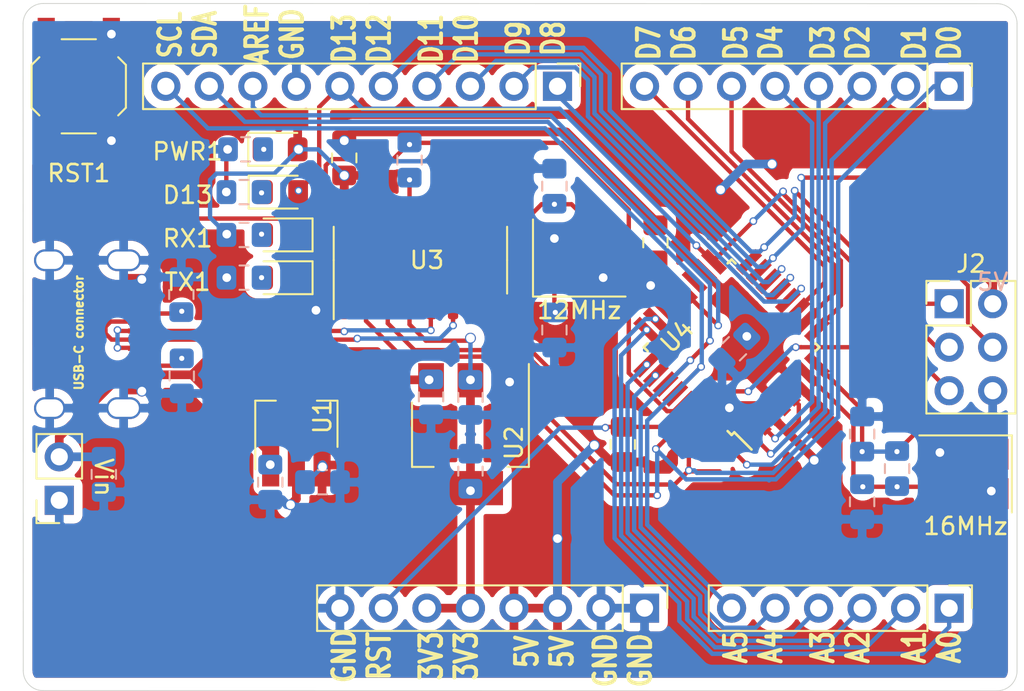
<source format=kicad_pcb>
(kicad_pcb (version 20171130) (host pcbnew "(5.1.2-1)-1")
  (layers (0 F.Cu signal) (31 B.Cu signal) (34 B.Paste user) (35 F.Paste user) (36 B.SilkS user) (37 F.SilkS user) (38 B.Mask user) (39 F.Mask user) (44 Edge.Cuts user))
  (net 0 "")
  (net 1 +VSW)
  (net 2 GNDREF)
  (net 3 +5V)
  (net 4 +3V3)
  (net 5 "Net-(C8-Pad2)")
  (net 6 RST)
  (net 7 "Net-(C9-Pad1)")
  (net 8 "Net-(C10-Pad1)")
  (net 9 "Net-(C11-Pad2)")
  (net 10 "Net-(C12-Pad2)")
  (net 11 AREF)
  (net 12 D11)
  (net 13 D13)
  (net 14 D12)
  (net 15 AD5_SCL)
  (net 16 AD4_SDA)
  (net 17 D10)
  (net 18 D9)
  (net 19 D8)
  (net 20 D7)
  (net 21 D6)
  (net 22 D5)
  (net 23 D4)
  (net 24 D3)
  (net 25 D2)
  (net 26 D1)
  (net 27 D0)
  (net 28 "Net-(P1-PadB5)")
  (net 29 "Net-(P1-PadB8)")
  (net 30 D-)
  (net 31 D+)
  (net 32 "Net-(P1-PadA5)")
  (net 33 "Net-(P1-PadA8)")
  (net 34 "Net-(U3-Pad15)")
  (net 35 "Net-(U3-Pad14)")
  (net 36 "Net-(U3-Pad12)")
  (net 37 "Net-(U3-Pad11)")
  (net 38 "Net-(U3-Pad10)")
  (net 39 "Net-(U3-Pad9)")
  (net 40 "Net-(U4-Pad22)")
  (net 41 "Net-(U4-Pad19)")
  (net 42 AD3)
  (net 43 AD2)
  (net 44 AD1)
  (net 45 AD0)
  (net 46 "Net-(D13-Pad1)")
  (net 47 "Net-(PWR1-Pad1)")
  (net 48 "Net-(R2-Pad1)")
  (net 49 "Net-(R3-Pad1)")
  (module Resistor_SMD:R_0805_2012Metric_Pad1.15x1.40mm_HandSolder (layer B.Cu) (at 21.25 166.775 90)
    (fp_text reference R6 hide)
    (fp_text value 5.1K)
    (pad 2 smd roundrect (at 1.025 0 90) (size 1.15 1.4) (layers B.Cu B.Paste B.Mask) (roundrect_rratio 0.217391) (net 28 "Net-(P1-PadB5)"))
    (pad 1 smd roundrect (at -1.025 0 90) (size 1.15 1.4) (layers B.Cu B.Paste B.Mask) (roundrect_rratio 0.217391) (net 2 GNDREF))
  )
  (module Resistor_SMD:R_0805_2012Metric_Pad1.15x1.40mm_HandSolder (layer B.Cu) (at 21.225 162.025 270)
    (fp_text reference R5 hide)
    (fp_text value 5.1K)
    (pad 2 smd roundrect (at 1.025 0 270) (size 1.15 1.4) (layers B.Cu B.Paste B.Mask) (roundrect_rratio 0.217391) (net 32 "Net-(P1-PadA5)"))
    (pad 1 smd roundrect (at -1.025 0 270) (size 1.15 1.4) (layers B.Cu B.Paste B.Mask) (roundrect_rratio 0.217391) (net 2 GNDREF))
  )
  (module Crystal:Crystal_SMD_3225-4Pin_3.2x2.5mm_HandSoldering (layer F.Cu) (at 44.45 159.89)
    (fp_text reference Y2 hide)
    (fp_text value 12MHz (at 0 3.05) (layer F.SilkS))
    (pad 1 smd rect (at -1.45 1.15) (size 2.1 1.8) (layers F.Cu F.Paste F.Mask) (net 10 "Net-(C12-Pad2)"))
    (pad 2 smd rect (at 1.45 1.15) (size 2.1 1.8) (layers F.Cu F.Paste F.Mask) (net 2 GNDREF))
    (pad 3 smd rect (at 1.45 -1.15) (size 2.1 1.8) (layers F.Cu F.Paste F.Mask) (net 8 "Net-(C10-Pad1)"))
    (pad 4 smd rect (at -1.45 -1.15) (size 2.1 1.8) (layers F.Cu F.Paste F.Mask) (net 2 GNDREF))
  )
  (module Crystal:Crystal_SMD_3225-4Pin_3.2x2.5mm_HandSoldering (layer F.Cu) (at 67 172.5 180)
    (fp_text reference 16MHz (at 0 -3.05) (layer F.SilkS))
    (fp_text value 12MHz)
    (pad 4 smd rect (at -1.45 -1.15 180) (size 2.1 1.8) (layers F.Cu F.Paste F.Mask) (net 2 GNDREF))
    (pad 3 smd rect (at 1.45 -1.15 180) (size 2.1 1.8) (layers F.Cu F.Paste F.Mask) (net 7 "Net-(C9-Pad1)"))
    (pad 2 smd rect (at 1.45 1.15 180) (size 2.1 1.8) (layers F.Cu F.Paste F.Mask) (net 2 GNDREF))
    (pad 1 smd rect (at -1.45 1.15 180) (size 2.1 1.8) (layers F.Cu F.Paste F.Mask) (net 9 "Net-(C11-Pad2)"))
  )
  (module Connector_PinSocket_2.54mm:PinSocket_1x02_P2.54mm_Vertical (layer F.Cu) (at 14.1 174.04 180)
    (fp_text reference J6 hide)
    (fp_text value Vin (at -2.6 1.34 270 unlocked) (layer F.SilkS))
    (pad 2 thru_hole oval (at 0 2.54 180) (size 1.7 1.7) (drill 1) (layers *.Cu *.Mask) (net 1 +VSW))
    (pad 1 thru_hole rect (at 0 0 180) (size 1.7 1.7) (drill 1) (layers *.Cu *.Mask) (net 2 GNDREF))
  )
  (module Capacitor_SMD:C_0805_2012Metric_Pad1.15x1.40mm_HandSolder (layer B.Cu) (at 16.7 172.525 90)
    (fp_text reference C14 hide)
    (fp_text value 100nF)
    (pad 2 smd roundrect (at 1.025 0 90) (size 1.15 1.4) (layers B.Cu B.Paste B.Mask) (roundrect_rratio 0.217391) (net 1 +VSW))
    (pad 1 smd roundrect (at -1.025 0 90) (size 1.15 1.4) (layers B.Cu B.Paste B.Mask) (roundrect_rratio 0.217391) (net 2 GNDREF))
  )
  (module Capacitor_SMD:C_0805_2012Metric_Pad1.15x1.40mm_HandSolder (layer B.Cu) (at 35.8 168 90)
    (fp_text reference C3 hide)
    (fp_text value 100nF)
    (pad 2 smd roundrect (at 1.025 0 90) (size 1.15 1.4) (layers B.Cu B.Paste B.Mask) (roundrect_rratio 0.217391) (net 1 +VSW))
    (pad 1 smd roundrect (at -1.025 0 90) (size 1.15 1.4) (layers B.Cu B.Paste B.Mask) (roundrect_rratio 0.217391) (net 2 GNDREF))
  )
  (module Connector_PinHeader_2.54mm:PinHeader_1x08_P2.54mm_Vertical (layer F.Cu) (at 48.26 180.34 270)
    (fp_text reference J1 hide)
    (fp_text value Conn_01x08_Female)
    (pad 1 thru_hole rect (at 0 0 270) (size 1.7 1.7) (drill 1) (layers *.Cu *.Mask) (net 2 GNDREF))
    (pad 2 thru_hole oval (at 0 2.54 270) (size 1.7 1.7) (drill 1) (layers *.Cu *.Mask) (net 2 GNDREF))
    (pad 3 thru_hole oval (at 0 5.08 270) (size 1.7 1.7) (drill 1) (layers *.Cu *.Mask) (net 3 +5V))
    (pad 4 thru_hole oval (at 0 7.62 270) (size 1.7 1.7) (drill 1) (layers *.Cu *.Mask) (net 3 +5V))
    (pad 5 thru_hole oval (at 0 10.16 270) (size 1.7 1.7) (drill 1) (layers *.Cu *.Mask) (net 4 +3V3))
    (pad 6 thru_hole oval (at 0 12.7 270) (size 1.7 1.7) (drill 1) (layers *.Cu *.Mask) (net 4 +3V3))
    (pad 7 thru_hole oval (at 0 15.24 270) (size 1.7 1.7) (drill 1) (layers *.Cu *.Mask) (net 6 RST))
    (pad 8 thru_hole oval (at 0 17.78 270) (size 1.7 1.7) (drill 1) (layers *.Cu *.Mask) (net 2 GNDREF))
  )
  (module Connector_PinHeader_2.54mm:PinHeader_2x03_P2.54mm_Vertical (layer F.Cu) (at 66.04 162.56)
    (fp_text reference J2 (at 1.27 -2.33) (layer F.SilkS))
    (fp_text value ICSP)
    (pad 1 thru_hole rect (at 0 0) (size 1.7 1.7) (drill 1) (layers *.Cu *.Mask) (net 14 D12))
    (pad 2 thru_hole oval (at 2.54 0) (size 1.7 1.7) (drill 1) (layers *.Cu *.Mask) (net 3 +5V))
    (pad 3 thru_hole oval (at 0 2.54) (size 1.7 1.7) (drill 1) (layers *.Cu *.Mask) (net 13 D13))
    (pad 4 thru_hole oval (at 2.54 2.54) (size 1.7 1.7) (drill 1) (layers *.Cu *.Mask) (net 12 D11))
    (pad 5 thru_hole oval (at 0 5.08) (size 1.7 1.7) (drill 1) (layers *.Cu *.Mask) (net 6 RST))
    (pad 6 thru_hole oval (at 2.54 5.08) (size 1.7 1.7) (drill 1) (layers *.Cu *.Mask) (net 2 GNDREF))
  )
  (module Connector_PinHeader_2.54mm:PinHeader_1x10_P2.54mm_Vertical (layer F.Cu) (at 43.18 149.86 270)
    (fp_text reference J3 hide)
    (fp_text value Conn_01x10_Female)
    (pad 1 thru_hole rect (at 0 0 270) (size 1.7 1.7) (drill 1) (layers *.Cu *.Mask) (net 19 D8))
    (pad 2 thru_hole oval (at 0 2.54 270) (size 1.7 1.7) (drill 1) (layers *.Cu *.Mask) (net 18 D9))
    (pad 3 thru_hole oval (at 0 5.08 270) (size 1.7 1.7) (drill 1) (layers *.Cu *.Mask) (net 17 D10))
    (pad 4 thru_hole oval (at 0 7.62 270) (size 1.7 1.7) (drill 1) (layers *.Cu *.Mask) (net 12 D11))
    (pad 5 thru_hole oval (at 0 10.16 270) (size 1.7 1.7) (drill 1) (layers *.Cu *.Mask) (net 14 D12))
    (pad 6 thru_hole oval (at 0 12.7 270) (size 1.7 1.7) (drill 1) (layers *.Cu *.Mask) (net 13 D13))
    (pad 7 thru_hole oval (at 0 15.24 270) (size 1.7 1.7) (drill 1) (layers *.Cu *.Mask) (net 2 GNDREF))
    (pad 8 thru_hole oval (at 0 17.78 270) (size 1.7 1.7) (drill 1) (layers *.Cu *.Mask) (net 11 AREF))
    (pad 9 thru_hole oval (at 0 20.32 270) (size 1.7 1.7) (drill 1) (layers *.Cu *.Mask) (net 16 AD4_SDA))
    (pad 10 thru_hole oval (at 0 22.86 270) (size 1.7 1.7) (drill 1) (layers *.Cu *.Mask) (net 15 AD5_SCL))
  )
  (module Connector_PinHeader_2.54mm:PinHeader_1x06_P2.54mm_Vertical (layer F.Cu) (at 66.04 180.34 270)
    (fp_text reference J4 hide)
    (fp_text value Conn_01x06_Female)
    (pad 1 thru_hole rect (at 0 0 270) (size 1.7 1.7) (drill 1) (layers *.Cu *.Mask) (net 45 AD0))
    (pad 2 thru_hole oval (at 0 2.54 270) (size 1.7 1.7) (drill 1) (layers *.Cu *.Mask) (net 44 AD1))
    (pad 3 thru_hole oval (at 0 5.08 270) (size 1.7 1.7) (drill 1) (layers *.Cu *.Mask) (net 43 AD2))
    (pad 4 thru_hole oval (at 0 7.62 270) (size 1.7 1.7) (drill 1) (layers *.Cu *.Mask) (net 42 AD3))
    (pad 5 thru_hole oval (at 0 10.16 270) (size 1.7 1.7) (drill 1) (layers *.Cu *.Mask) (net 16 AD4_SDA))
    (pad 6 thru_hole oval (at 0 12.7 270) (size 1.7 1.7) (drill 1) (layers *.Cu *.Mask) (net 15 AD5_SCL))
  )
  (module Connector_PinHeader_2.54mm:PinHeader_1x08_P2.54mm_Vertical (layer F.Cu) (at 66.04 149.86 270)
    (fp_text reference J5 hide)
    (fp_text value Conn_01x08_Female)
    (pad 1 thru_hole rect (at 0 0 270) (size 1.7 1.7) (drill 1) (layers *.Cu *.Mask) (net 27 D0))
    (pad 2 thru_hole oval (at 0 2.54 270) (size 1.7 1.7) (drill 1) (layers *.Cu *.Mask) (net 26 D1))
    (pad 3 thru_hole oval (at 0 5.08 270) (size 1.7 1.7) (drill 1) (layers *.Cu *.Mask) (net 25 D2))
    (pad 4 thru_hole oval (at 0 7.62 270) (size 1.7 1.7) (drill 1) (layers *.Cu *.Mask) (net 24 D3))
    (pad 5 thru_hole oval (at 0 10.16 270) (size 1.7 1.7) (drill 1) (layers *.Cu *.Mask) (net 23 D4))
    (pad 6 thru_hole oval (at 0 12.7 270) (size 1.7 1.7) (drill 1) (layers *.Cu *.Mask) (net 22 D5))
    (pad 7 thru_hole oval (at 0 15.24 270) (size 1.7 1.7) (drill 1) (layers *.Cu *.Mask) (net 21 D6))
    (pad 8 thru_hole oval (at 0 17.78 270) (size 1.7 1.7) (drill 1) (layers *.Cu *.Mask) (net 20 D7))
  )
  (module "Connector_USB:USB C C167321" (layer F.Cu) (at 11 160.02 270)
    (fp_text reference P1 hide)
    (fp_text value USB_C_Plug)
    (pad S1 thru_hole oval (at 8.636 -6.858 270) (size 1.27 2.032) (drill oval 1.016 1.778) (layers *.Cu *.Mask) (net 2 GNDREF))
    (pad S1 thru_hole oval (at 8.636 -2.54 270) (size 1.27 1.8288) (drill oval 1.016 1.5748) (layers *.Cu *.Mask) (net 2 GNDREF))
    (pad S1 thru_hole oval (at 0 -6.858 270) (size 1.27 2.032) (drill oval 1.016 1.778) (layers *.Cu *.Mask) (net 2 GNDREF))
    (pad S1 thru_hole oval (at 0 -2.54 270) (size 1.27 1.8288) (drill oval 1.016 1.5748) (layers *.Cu *.Mask) (net 2 GNDREF))
    (pad A1 smd rect (at 0.9525 -7.874 270) (size 0.299974 1.524) (layers F.Cu F.Paste F.Mask) (net 2 GNDREF))
    (pad B12 smd rect (at 1.27 -7.874 270) (size 0.299974 1.524) (layers F.Cu F.Paste F.Mask) (net 2 GNDREF))
    (pad A4 smd rect (at 1.8415 -7.874 270) (size 0.299974 1.524) (layers F.Cu F.Paste F.Mask) (net 1 +VSW))
    (pad B9 smd rect (at 2.0955 -7.874 270) (size 0.299974 1.524) (layers F.Cu F.Paste F.Mask) (net 1 +VSW))
    (pad A8 smd rect (at 2.6035 -7.874 270) (size 0.299974 1.524) (layers F.Cu F.Paste F.Mask) (net 33 "Net-(P1-PadA8)"))
    (pad A5 smd rect (at 3.1115 -7.874 270) (size 0.299974 1.524) (layers F.Cu F.Paste F.Mask) (net 32 "Net-(P1-PadA5)"))
    (pad B7 smd rect (at 3.6195 -7.874 270) (size 0.299974 1.524) (layers F.Cu F.Paste F.Mask) (net 30 D-))
    (pad A6 smd rect (at 4.1275 -7.874 270) (size 0.299974 1.524) (layers F.Cu F.Paste F.Mask) (net 31 D+))
    (pad A7 smd rect (at 4.6355 -7.874 270) (size 0.299974 1.524) (layers F.Cu F.Paste F.Mask) (net 30 D-))
    (pad B6 smd rect (at 5.1435 -7.874 270) (size 0.299974 1.524) (layers F.Cu F.Paste F.Mask) (net 31 D+))
    (pad B8 smd rect (at 5.6515 -7.874 270) (size 0.299974 1.524) (layers F.Cu F.Paste F.Mask) (net 29 "Net-(P1-PadB8)"))
    (pad B5 smd rect (at 6.1595 -7.874 270) (size 0.299974 1.524) (layers F.Cu F.Paste F.Mask) (net 28 "Net-(P1-PadB5)"))
    (pad B4 smd rect (at 6.6675 -7.874 270) (size 0.299974 1.524) (layers F.Cu F.Paste F.Mask) (net 1 +VSW))
    (pad A9 smd rect (at 6.9215 -7.874 270) (size 0.299974 1.524) (layers F.Cu F.Paste F.Mask) (net 1 +VSW))
    (pad B1 smd rect (at 7.4295 -7.874 270) (size 0.299974 1.524) (layers F.Cu F.Paste F.Mask) (net 2 GNDREF))
    (pad A12 smd rect (at 7.6835 -7.874 270) (size 0.299974 1.524) (layers F.Cu F.Paste F.Mask) (net 2 GNDREF))
  )
  (module Resistor_SMD:R_0805_2012Metric_Pad1.15x1.40mm_HandSolder (layer F.Cu) (at 46.99 170.778 90)
    (fp_text reference R1 hide)
    (fp_text value 10KΩ)
    (pad 1 smd roundrect (at -1.025 0 90) (size 1.15 1.4) (layers F.Cu F.Paste F.Mask) (roundrect_rratio 0.217391) (net 3 +5V))
    (pad 2 smd roundrect (at 1.025 0 90) (size 1.15 1.4) (layers F.Cu F.Paste F.Mask) (roundrect_rratio 0.217391) (net 6 RST))
  )
  (module Resistor_SMD:R_0805_2012Metric_Pad1.15x1.40mm_HandSolder (layer B.Cu) (at 24.883 161.036 180)
    (fp_text reference R2 hide)
    (fp_text value 330Ω)
    (pad 1 smd roundrect (at -1.025 0 180) (size 1.15 1.4) (layers B.Cu B.Paste B.Mask) (roundrect_rratio 0.217391) (net 48 "Net-(R2-Pad1)"))
    (pad 2 smd roundrect (at 1.025 0 180) (size 1.15 1.4) (layers B.Cu B.Paste B.Mask) (roundrect_rratio 0.217391) (net 3 +5V))
  )
  (module Resistor_SMD:R_0805_2012Metric_Pad1.15x1.40mm_HandSolder (layer B.Cu) (at 24.883 158.54 180)
    (fp_text reference R3 hide)
    (fp_text value 330Ω)
    (pad 1 smd roundrect (at -1.025 0 180) (size 1.15 1.4) (layers B.Cu B.Paste B.Mask) (roundrect_rratio 0.217391) (net 49 "Net-(R3-Pad1)"))
    (pad 2 smd roundrect (at 1.025 0 180) (size 1.15 1.4) (layers B.Cu B.Paste B.Mask) (roundrect_rratio 0.217391) (net 3 +5V))
  )
  (module Resistor_SMD:R_0805_2012Metric_Pad1.15x1.40mm_HandSolder (layer B.Cu) (at 63 172.19 90)
    (fp_text reference R4 hide)
    (fp_text value 1KΩ)
    (pad 1 smd roundrect (at -1.025 0 90) (size 1.15 1.4) (layers B.Cu B.Paste B.Mask) (roundrect_rratio 0.217391) (net 7 "Net-(C9-Pad1)"))
    (pad 2 smd roundrect (at 1.025 0 90) (size 1.15 1.4) (layers B.Cu B.Paste B.Mask) (roundrect_rratio 0.217391) (net 9 "Net-(C11-Pad2)"))
  )
  (module Button_Switch_SMD:SW_SPST_TL3342 (layer F.Cu) (at 15.24 149.86 90)
    (fp_text reference RST1 (at -5.08 0) (layer F.SilkS))
    (fp_text value RST)
    (pad 1 smd rect (at -3.15 -1.9 90) (size 1.7 1) (layers F.Cu F.Paste F.Mask) (net 6 RST))
    (pad 1 smd rect (at 3.15 -1.9 90) (size 1.7 1) (layers F.Cu F.Paste F.Mask) (net 6 RST))
    (pad 2 smd rect (at -3.15 1.9 90) (size 1.7 1) (layers F.Cu F.Paste F.Mask) (net 2 GNDREF))
    (pad 2 smd rect (at 3.15 1.9 90) (size 1.7 1) (layers F.Cu F.Paste F.Mask) (net 2 GNDREF))
  )
  (module Package_TO_SOT_SMD:SOT-89-3_Handsoldering (layer F.Cu) (at 27.94 170.001 90)
    (fp_text reference U1 (at 0.837 1.524 90) (layer F.SilkS))
    (fp_text value L7805)
    (pad 1 smd rect (at -1.98 -1.5) (size 1 2.5) (layers F.Cu F.Paste F.Mask) (net 1 +VSW))
    (pad 2 smd rect (at -1.98 0) (size 1 2.5) (layers F.Cu F.Paste F.Mask) (net 2 GNDREF))
    (pad 3 smd rect (at -1.98 1.5) (size 1 2.5) (layers F.Cu F.Paste F.Mask) (net 3 +5V))
    (pad 2 smd rect (at 1.98 0) (size 2 4) (layers F.Cu F.Paste F.Mask) (net 2 GNDREF))
    (pad 2 smd trapezoid (at -0.37 0 180) (size 1.5 0.75) (rect_delta 0 0.5) (layers F.Cu F.Paste F.Mask) (net 2 GNDREF))
  )
  (module Package_TO_SOT_SMD:SOT-223-3_TabPin2 (layer F.Cu) (at 38.1 170.18 270)
    (fp_text reference U2 (at 0.508 -2.54 90) (layer F.SilkS))
    (fp_text value AMS1117-3.3)
    (pad 2 smd rect (at 3.15 0 270) (size 2 3.8) (layers F.Cu F.Paste F.Mask) (net 4 +3V3))
    (pad 2 smd rect (at -3.15 0 270) (size 2 1.5) (layers F.Cu F.Paste F.Mask) (net 4 +3V3))
    (pad 3 smd rect (at -3.15 2.3 270) (size 2 1.5) (layers F.Cu F.Paste F.Mask) (net 1 +VSW))
    (pad 1 smd rect (at -3.15 -2.3 270) (size 2 1.5) (layers F.Cu F.Paste F.Mask) (net 2 GNDREF))
  )
  (module Package_SO:SOIC-16_3.9x9.9mm_P1.27mm (layer F.Cu) (at 35.179 160.015 90)
    (fp_text reference U3 (at 0 0.381 180) (layer F.SilkS))
    (fp_text value CH340G)
    (pad 1 smd roundrect (at -2.475 -4.445 90) (size 1.95 0.6) (layers F.Cu F.Paste F.Mask) (net 2 GNDREF))
    (pad 2 smd roundrect (at -2.475 -3.175 90) (size 1.95 0.6) (layers F.Cu F.Paste F.Mask) (net 27 D0))
    (pad 3 smd roundrect (at -2.475 -1.905 90) (size 1.95 0.6) (layers F.Cu F.Paste F.Mask) (net 26 D1))
    (pad 4 smd roundrect (at -2.475 -0.635 90) (size 1.95 0.6) (layers F.Cu F.Paste F.Mask) (net 4 +3V3))
    (pad 5 smd roundrect (at -2.475 0.635 90) (size 1.95 0.6) (layers F.Cu F.Paste F.Mask) (net 31 D+))
    (pad 6 smd roundrect (at -2.475 1.905 90) (size 1.95 0.6) (layers F.Cu F.Paste F.Mask) (net 30 D-))
    (pad 7 smd roundrect (at -2.475 3.175 90) (size 1.95 0.6) (layers F.Cu F.Paste F.Mask) (net 8 "Net-(C10-Pad1)"))
    (pad 8 smd roundrect (at -2.475 4.445 90) (size 1.95 0.6) (layers F.Cu F.Paste F.Mask) (net 10 "Net-(C12-Pad2)"))
    (pad 9 smd roundrect (at 2.475 4.445 90) (size 1.95 0.6) (layers F.Cu F.Paste F.Mask) (net 39 "Net-(U3-Pad9)"))
    (pad 10 smd roundrect (at 2.475 3.175 90) (size 1.95 0.6) (layers F.Cu F.Paste F.Mask) (net 38 "Net-(U3-Pad10)"))
    (pad 11 smd roundrect (at 2.475 1.905 90) (size 1.95 0.6) (layers F.Cu F.Paste F.Mask) (net 37 "Net-(U3-Pad11)"))
    (pad 12 smd roundrect (at 2.475 0.635 90) (size 1.95 0.6) (layers F.Cu F.Paste F.Mask) (net 36 "Net-(U3-Pad12)"))
    (pad 13 smd roundrect (at 2.475 -0.635 90) (size 1.95 0.6) (layers F.Cu F.Paste F.Mask) (net 5 "Net-(C8-Pad2)"))
    (pad 14 smd roundrect (at 2.475 -1.905 90) (size 1.95 0.6) (layers F.Cu F.Paste F.Mask) (net 35 "Net-(U3-Pad14)"))
    (pad 15 smd roundrect (at 2.475 -3.175 90) (size 1.95 0.6) (layers F.Cu F.Paste F.Mask) (net 34 "Net-(U3-Pad15)"))
    (pad 16 smd roundrect (at 2.475 -4.445 90) (size 1.95 0.6) (layers F.Cu F.Paste F.Mask) (net 3 +5V))
  )
  (module Package_QFP:TQFP-32_7x7mm_P0.8mm (layer F.Cu) (at 53.34 165.1 135)
    (fp_text reference U4 (at 2.694077 -1.796051 225) (layer F.SilkS))
    (fp_text value ATmega328P-AU)
    (pad 1 smd rect (at -4.25 -2.8 135) (size 1.6 0.55) (layers F.Cu F.Paste F.Mask) (net 24 D3))
    (pad 2 smd rect (at -4.25 -2 135) (size 1.6 0.55) (layers F.Cu F.Paste F.Mask) (net 23 D4))
    (pad 3 smd rect (at -4.25 -1.2 135) (size 1.6 0.55) (layers F.Cu F.Paste F.Mask) (net 2 GNDREF))
    (pad 4 smd rect (at -4.25 -0.4 135) (size 1.6 0.55) (layers F.Cu F.Paste F.Mask) (net 3 +5V))
    (pad 5 smd rect (at -4.25 0.4 135) (size 1.6 0.55) (layers F.Cu F.Paste F.Mask) (net 2 GNDREF))
    (pad 6 smd rect (at -4.25 1.2 135) (size 1.6 0.55) (layers F.Cu F.Paste F.Mask) (net 3 +5V))
    (pad 7 smd rect (at -4.25 2 135) (size 1.6 0.55) (layers F.Cu F.Paste F.Mask) (net 7 "Net-(C9-Pad1)"))
    (pad 8 smd rect (at -4.25 2.8 135) (size 1.6 0.55) (layers F.Cu F.Paste F.Mask) (net 9 "Net-(C11-Pad2)"))
    (pad 9 smd rect (at -2.8 4.25 225) (size 1.6 0.55) (layers F.Cu F.Paste F.Mask) (net 22 D5))
    (pad 10 smd rect (at -2 4.25 225) (size 1.6 0.55) (layers F.Cu F.Paste F.Mask) (net 21 D6))
    (pad 11 smd rect (at -1.2 4.25 225) (size 1.6 0.55) (layers F.Cu F.Paste F.Mask) (net 20 D7))
    (pad 12 smd rect (at -0.4 4.25 225) (size 1.6 0.55) (layers F.Cu F.Paste F.Mask) (net 19 D8))
    (pad 13 smd rect (at 0.4 4.25 225) (size 1.6 0.55) (layers F.Cu F.Paste F.Mask) (net 18 D9))
    (pad 14 smd rect (at 1.2 4.25 225) (size 1.6 0.55) (layers F.Cu F.Paste F.Mask) (net 17 D10))
    (pad 15 smd rect (at 2 4.25 225) (size 1.6 0.55) (layers F.Cu F.Paste F.Mask) (net 12 D11))
    (pad 16 smd rect (at 2.8 4.25 225) (size 1.6 0.55) (layers F.Cu F.Paste F.Mask) (net 14 D12))
    (pad 17 smd rect (at 4.25 2.8 135) (size 1.6 0.55) (layers F.Cu F.Paste F.Mask) (net 13 D13))
    (pad 18 smd rect (at 4.25 2 135) (size 1.6 0.55) (layers F.Cu F.Paste F.Mask) (net 3 +5V))
    (pad 19 smd rect (at 4.25 1.2 135) (size 1.6 0.55) (layers F.Cu F.Paste F.Mask) (net 41 "Net-(U4-Pad19)"))
    (pad 20 smd rect (at 4.25 0.4 135) (size 1.6 0.55) (layers F.Cu F.Paste F.Mask) (net 11 AREF))
    (pad 21 smd rect (at 4.25 -0.4 135) (size 1.6 0.55) (layers F.Cu F.Paste F.Mask) (net 2 GNDREF))
    (pad 22 smd rect (at 4.25 -1.2 135) (size 1.6 0.55) (layers F.Cu F.Paste F.Mask) (net 40 "Net-(U4-Pad22)"))
    (pad 23 smd rect (at 4.25 -2 135) (size 1.6 0.55) (layers F.Cu F.Paste F.Mask) (net 45 AD0))
    (pad 24 smd rect (at 4.25 -2.8 135) (size 1.6 0.55) (layers F.Cu F.Paste F.Mask) (net 44 AD1))
    (pad 25 smd rect (at 2.8 -4.25 225) (size 1.6 0.55) (layers F.Cu F.Paste F.Mask) (net 43 AD2))
    (pad 26 smd rect (at 2 -4.25 225) (size 1.6 0.55) (layers F.Cu F.Paste F.Mask) (net 42 AD3))
    (pad 27 smd rect (at 1.2 -4.25 225) (size 1.6 0.55) (layers F.Cu F.Paste F.Mask) (net 16 AD4_SDA))
    (pad 28 smd rect (at 0.4 -4.25 225) (size 1.6 0.55) (layers F.Cu F.Paste F.Mask) (net 15 AD5_SCL))
    (pad 29 smd rect (at -0.4 -4.25 225) (size 1.6 0.55) (layers F.Cu F.Paste F.Mask) (net 6 RST))
    (pad 30 smd rect (at -1.2 -4.25 225) (size 1.6 0.55) (layers F.Cu F.Paste F.Mask) (net 27 D0))
    (pad 31 smd rect (at -2 -4.25 225) (size 1.6 0.55) (layers F.Cu F.Paste F.Mask) (net 26 D1))
    (pad 32 smd rect (at -2.8 -4.25 225) (size 1.6 0.55) (layers F.Cu F.Paste F.Mask) (net 25 D2))
  )
  (module Resistor_SMD:R_0805_2012Metric_Pad1.15x1.40mm_HandSolder (layer B.Cu) (at 24.883 156.04)
    (fp_text reference R8 hide)
    (fp_text value 330Ω)
    (pad 1 smd roundrect (at -1.025 0) (size 1.15 1.4) (layers B.Cu B.Paste B.Mask) (roundrect_rratio 0.217391) (net 2 GNDREF))
    (pad 2 smd roundrect (at 1.025 0) (size 1.15 1.4) (layers B.Cu B.Paste B.Mask) (roundrect_rratio 0.217391) (net 46 "Net-(D13-Pad1)"))
  )
  (module Resistor_SMD:R_0805_2012Metric_Pad1.15x1.40mm_HandSolder (layer B.Cu) (at 24.975 153.54 180)
    (fp_text reference R7 hide)
    (fp_text value 330Ω)
    (pad 1 smd roundrect (at -1.025 0 180) (size 1.15 1.4) (layers B.Cu B.Paste B.Mask) (roundrect_rratio 0.217391) (net 47 "Net-(PWR1-Pad1)"))
    (pad 2 smd roundrect (at 1.025 0 180) (size 1.15 1.4) (layers B.Cu B.Paste B.Mask) (roundrect_rratio 0.217391) (net 2 GNDREF))
  )
  (module LED_SMD:LED_0805_2012Metric_Pad1.15x1.40mm_HandSolder (layer F.Cu) (at 27.0166 156.04)
    (fp_text reference D13 (at -5.4266 0.17) (layer F.SilkS))
    (fp_text value LED)
    (pad 1 smd roundrect (at -1.025 0) (size 1.15 1.4) (layers F.Cu F.Paste F.Mask) (roundrect_rratio 0.217391) (net 46 "Net-(D13-Pad1)"))
    (pad 2 smd roundrect (at 1.025 0) (size 1.15 1.4) (layers F.Cu F.Paste F.Mask) (roundrect_rratio 0.217391) (net 13 D13))
  )
  (module LED_SMD:LED_0805_2012Metric_Pad1.15x1.40mm_HandSolder (layer F.Cu) (at 26.9912 153.54)
    (fp_text reference PWR1 (at -5.4012 0.13) (layer F.SilkS))
    (fp_text value LED)
    (pad 1 smd roundrect (at -1.025 0) (size 1.15 1.4) (layers F.Cu F.Paste F.Mask) (roundrect_rratio 0.217391) (net 47 "Net-(PWR1-Pad1)"))
    (pad 2 smd roundrect (at 1.025 0) (size 1.15 1.4) (layers F.Cu F.Paste F.Mask) (roundrect_rratio 0.217391) (net 3 +5V))
  )
  (module Capacitor_SMD:C_0805_2012Metric_Pad1.15x1.40mm_HandSolder (layer B.Cu) (at 26.416 172.983 90)
    (fp_text reference C1 hide)
    (fp_text value 100nF)
    (pad 1 smd roundrect (at -1.025 0 90) (size 1.15 1.4) (layers B.Cu B.Paste B.Mask) (roundrect_rratio 0.217391) (net 2 GNDREF))
    (pad 2 smd roundrect (at 1.025 0 90) (size 1.15 1.4) (layers B.Cu B.Paste B.Mask) (roundrect_rratio 0.217391) (net 1 +VSW))
  )
  (module Capacitor_SMD:C_0805_2012Metric_Pad1.15x1.40mm_HandSolder (layer B.Cu) (at 29.464 172.983 180)
    (fp_text reference C2 hide)
    (fp_text value 100nF)
    (pad 1 smd roundrect (at -1.025 0 180) (size 1.15 1.4) (layers B.Cu B.Paste B.Mask) (roundrect_rratio 0.217391) (net 2 GNDREF))
    (pad 2 smd roundrect (at 1.025 0 180) (size 1.15 1.4) (layers B.Cu B.Paste B.Mask) (roundrect_rratio 0.217391) (net 3 +5V))
  )
  (module Capacitor_SMD:C_0805_2012Metric_Pad1.15x1.40mm_HandSolder (layer B.Cu) (at 38.1 172.339 270)
    (fp_text reference C4 hide)
    (fp_text value 100nF)
    (pad 1 smd roundrect (at -1.025 0 270) (size 1.15 1.4) (layers B.Cu B.Paste B.Mask) (roundrect_rratio 0.217391) (net 2 GNDREF))
    (pad 2 smd roundrect (at 1.025 0 270) (size 1.15 1.4) (layers B.Cu B.Paste B.Mask) (roundrect_rratio 0.217391) (net 4 +3V3))
  )
  (module Capacitor_SMD:C_0805_2012Metric_Pad1.15x1.40mm_HandSolder (layer B.Cu) (at 53.504216 165.189784 45)
    (fp_text reference C5 hide)
    (fp_text value 100nF)
    (pad 1 smd roundrect (at -1.025 0 45) (size 1.15 1.4) (layers B.Cu B.Paste B.Mask) (roundrect_rratio 0.217391) (net 2 GNDREF))
    (pad 2 smd roundrect (at 1.025 0 45) (size 1.15 1.4) (layers B.Cu B.Paste B.Mask) (roundrect_rratio 0.217391) (net 3 +5V))
  )
  (module Capacitor_SMD:C_0805_2012Metric_Pad1.15x1.40mm_HandSolder (layer B.Cu) (at 38.1 168.03 90)
    (fp_text reference C6 hide)
    (fp_text value 100nF)
    (pad 1 smd roundrect (at -1.025 0 90) (size 1.15 1.4) (layers B.Cu B.Paste B.Mask) (roundrect_rratio 0.217391) (net 2 GNDREF))
    (pad 2 smd roundrect (at 1.025 0 90) (size 1.15 1.4) (layers B.Cu B.Paste B.Mask) (roundrect_rratio 0.217391) (net 4 +3V3))
  )
  (module Capacitor_SMD:C_0805_2012Metric_Pad1.15x1.40mm_HandSolder (layer F.Cu) (at 30.734 154.042 270)
    (fp_text reference C7 hide)
    (fp_text value 100nF)
    (pad 1 smd roundrect (at -1.025 0 270) (size 1.15 1.4) (layers F.Cu F.Paste F.Mask) (roundrect_rratio 0.217391) (net 2 GNDREF))
    (pad 2 smd roundrect (at 1.025 0 270) (size 1.15 1.4) (layers F.Cu F.Paste F.Mask) (roundrect_rratio 0.217391) (net 3 +5V))
  )
  (module Capacitor_SMD:C_0805_2012Metric_Pad1.15x1.40mm_HandSolder (layer B.Cu) (at 34.544 154.169 270)
    (fp_text reference C8 hide)
    (fp_text value 100nF)
    (pad 1 smd roundrect (at -1.025 0 270) (size 1.15 1.4) (layers B.Cu B.Paste B.Mask) (roundrect_rratio 0.217391) (net 6 RST))
    (pad 2 smd roundrect (at 1.025 0 270) (size 1.15 1.4) (layers B.Cu B.Paste B.Mask) (roundrect_rratio 0.217391) (net 5 "Net-(C8-Pad2)"))
  )
  (module Capacitor_SMD:C_0805_2012Metric_Pad1.15x1.40mm_HandSolder (layer B.Cu) (at 60.96 174.126 270)
    (fp_text reference C9 hide)
    (fp_text value 22pF)
    (pad 1 smd roundrect (at -1.025 0 270) (size 1.15 1.4) (layers B.Cu B.Paste B.Mask) (roundrect_rratio 0.217391) (net 7 "Net-(C9-Pad1)"))
    (pad 2 smd roundrect (at 1.025 0 270) (size 1.15 1.4) (layers B.Cu B.Paste B.Mask) (roundrect_rratio 0.217391) (net 2 GNDREF))
  )
  (module Capacitor_SMD:C_0805_2012Metric_Pad1.15x1.40mm_HandSolder (layer B.Cu) (at 43 155.693 90)
    (fp_text reference C10 hide)
    (fp_text value 22pF)
    (pad 1 smd roundrect (at -1.025 0 90) (size 1.15 1.4) (layers B.Cu B.Paste B.Mask) (roundrect_rratio 0.217391) (net 8 "Net-(C10-Pad1)"))
    (pad 2 smd roundrect (at 1.025 0 90) (size 1.15 1.4) (layers B.Cu B.Paste B.Mask) (roundrect_rratio 0.217391) (net 2 GNDREF))
  )
  (module Capacitor_SMD:C_0805_2012Metric_Pad1.15x1.40mm_HandSolder (layer B.Cu) (at 60.96 170.171 270)
    (fp_text reference C11 hide)
    (fp_text value 22pF)
    (pad 1 smd roundrect (at -1.025 0 270) (size 1.15 1.4) (layers B.Cu B.Paste B.Mask) (roundrect_rratio 0.217391) (net 2 GNDREF))
    (pad 2 smd roundrect (at 1.025 0 270) (size 1.15 1.4) (layers B.Cu B.Paste B.Mask) (roundrect_rratio 0.217391) (net 9 "Net-(C11-Pad2)"))
  )
  (module Capacitor_SMD:C_0805_2012Metric_Pad1.15x1.40mm_HandSolder (layer B.Cu) (at 43 164.093 90)
    (fp_text reference C12 hide)
    (fp_text value 22pF)
    (pad 1 smd roundrect (at -1.025 0 90) (size 1.15 1.4) (layers B.Cu B.Paste B.Mask) (roundrect_rratio 0.217391) (net 2 GNDREF))
    (pad 2 smd roundrect (at 1.025 0 90) (size 1.15 1.4) (layers B.Cu B.Paste B.Mask) (roundrect_rratio 0.217391) (net 10 "Net-(C12-Pad2)"))
  )
  (module Capacitor_SMD:C_0805_2012Metric_Pad1.15x1.40mm_HandSolder (layer F.Cu) (at 48.895 159.004 270)
    (fp_text reference C13 hide)
    (fp_text value 100nF)
    (pad 1 smd roundrect (at -1.025 0 270) (size 1.15 1.4) (layers F.Cu F.Paste F.Mask) (roundrect_rratio 0.217391) (net 2 GNDREF))
    (pad 2 smd roundrect (at 1.025 0 270) (size 1.15 1.4) (layers F.Cu F.Paste F.Mask) (roundrect_rratio 0.217391) (net 11 AREF))
  )
  (module LED_SMD:LED_0805_2012Metric_Pad1.15x1.40mm_HandSolder (layer F.Cu) (at 27.025 161.04 180)
    (fp_text reference TX1 (at 5.435 -0.25) (layer F.SilkS))
    (fp_text value LED)
    (pad 1 smd roundrect (at -1.025 0 180) (size 1.15 1.4) (layers F.Cu F.Paste F.Mask) (roundrect_rratio 0.217391) (net 27 D0))
    (pad 2 smd roundrect (at 1.025 0 180) (size 1.15 1.4) (layers F.Cu F.Paste F.Mask) (roundrect_rratio 0.217391) (net 48 "Net-(R2-Pad1)"))
  )
  (module LED_SMD:LED_0805_2012Metric_Pad1.15x1.40mm_HandSolder (layer F.Cu) (at 27.025 158.54 180)
    (fp_text reference RX1 (at 5.435 -0.21) (layer F.SilkS))
    (fp_text value LED)
    (pad 1 smd roundrect (at -1.025 0 180) (size 1.15 1.4) (layers F.Cu F.Paste F.Mask) (roundrect_rratio 0.217391) (net 26 D1))
    (pad 2 smd roundrect (at 1.025 0 180) (size 1.15 1.4) (layers F.Cu F.Paste F.Mask) (roundrect_rratio 0.217391) (net 49 "Net-(R3-Pad1)"))
  )
  (gr_text "USB-C connector" (at 15.25 164.25 90) (layer F.SilkS) (effects (font (size 0.5 0.5) (thickness 0.125))))
  (gr_line (start 13.1572 145.0228) (end 68.834 145.034) (layer Edge.Cuts) (width 0.05))
  (gr_line (start 13.1572 185.1548) (end 68.834 185.166) (layer Edge.Cuts) (width 0.05))
  (gr_line (start 70.0024 183.9976) (end 70.0024 146.2024) (layer Edge.Cuts) (width 0.05))
  (gr_line (start 11.990232 146.2024) (end 12 183.9976) (layer Edge.Cuts) (width 0.05))
  (gr_arc (start 68.834 146.2024) (end 70.0024 146.2024) (angle -90) (layer Edge.Cuts) (width 0.049987))
  (gr_arc (start 68.834 183.9976) (end 68.834 185.166) (angle -90) (layer Edge.Cuts) (width 0.049987))
  (gr_arc (start 13.1572 183.9976) (end 12 183.9976) (angle -90) (layer Edge.Cuts) (width 0.049987))
  (gr_arc (start 13.1699 146.2024) (end 13.1572 145.0228) (angle -89.38315676) (layer Edge.Cuts) (width 0.049987))
  (gr_text "AREF\nGND" (at 26.67 146.812 90) (layer F.SilkS) (effects (font (size 1.27 0.9652) (thickness 0.2286))))
  (gr_text "SCL\nSDA" (at 21.59 148.336 90) (layer F.SilkS) (effects (font (size 1.27 0.9652) (thickness 0.2286)) (justify left)))
  (gr_text "D7\nD6\n" (at 49.53 147.32 90) (layer F.SilkS) (effects (font (size 1.27 1.016) (thickness 0.2286))))
  (gr_text "D13\nD12" (at 31.75 147.066 90) (layer F.SilkS) (effects (font (size 1.27 0.9652) (thickness 0.2286))))
  (gr_text "D11\nD10" (at 36.83 147.066 90) (layer F.SilkS) (effects (font (size 1.27 0.9652) (thickness 0.2286))))
  (gr_text "D9\nD8\n" (at 41.91 147.066 90) (layer F.SilkS) (effects (font (size 1.27 1.016) (thickness 0.2286))))
  (gr_text "D5\nD4" (at 54.61 147.32 90) (layer F.SilkS) (effects (font (size 1.27 1.016) (thickness 0.2286))))
  (gr_text "D3\nD2" (at 59.69 147.32 90) (layer F.SilkS) (effects (font (size 1.27 1.016) (thickness 0.2286))))
  (gr_text "D1\nD0" (at 65.024 147.32 90) (layer F.SilkS) (effects (font (size 1.27 1.016) (thickness 0.2286))))
  (gr_text "A5\nA4" (at 54.61 182.626 90) (layer F.SilkS) (effects (font (size 1.27 1.016) (thickness 0.2286))))
  (gr_text "A3\nA2" (at 59.69 182.626 90) (layer F.SilkS) (effects (font (size 1.27 1.016) (thickness 0.2286))))
  (gr_text "A1\nA0" (at 65.024 182.626 90) (layer F.SilkS) (effects (font (size 1.27 1.016) (thickness 0.2286))))
  (gr_text "GND\nRST" (at 31.75 183.134 90) (layer F.SilkS) (effects (font (size 1.27 1.016) (thickness 0.2286))))
  (gr_text "3V3\n3V3" (at 36.83 183.134 90) (layer F.SilkS) (effects (font (size 1.27 1.016) (thickness 0.2286))))
  (gr_text "5V\n5V" (at 42.418 182.88 90) (layer F.SilkS) (effects (font (size 1.27 1.016) (thickness 0.2286))))
  (gr_text "GND\nGND" (at 46.99 183.388 90) (layer F.SilkS) (effects (font (size 1.27 1.016) (thickness 0.2286))))
  (gr_text 5V (at 68.58 161.29) (layer B.SilkS) (effects (font (size 1 1))))
  (via (at 26.416 171.958) (size 0.635) (drill 0.508) (layers F.Cu B.Cu) (net 1))
  (segment (start 26.439 171.981) (end 26.416 171.958) (width 0.508) (layer F.Cu) (net 1))
  (segment (start 26.44 171.981) (end 26.439 171.981) (width 0.508) (layer F.Cu) (net 1))
  (segment (start 26.416 171.283) (end 21.843488 166.710488) (width 0.508) (layer F.Cu) (net 1))
  (segment (start 26.416 171.958) (end 26.416 171.283) (width 0.508) (layer F.Cu) (net 1))
  (segment (start 17.730999 166.828999) (end 17.820512 166.918512) (width 0.254) (layer F.Cu) (net 1))
  (segment (start 17.858 161.8615) (end 17.730999 161.988501) (width 0.254) (layer F.Cu) (net 1))
  (segment (start 18.874 161.8615) (end 17.858 161.8615) (width 0.254) (layer F.Cu) (net 1))
  (segment (start 17.820512 166.918512) (end 18.923 166.918512) (width 0.254) (layer F.Cu) (net 1))
  (segment (start 17.730999 166.701999) (end 17.730999 166.828999) (width 0.254) (layer F.Cu) (net 1))
  (segment (start 17.769712 162.129999) (end 17.807199 162.092512) (width 0.254) (layer F.Cu) (net 1))
  (segment (start 17.730999 162.129999) (end 17.769712 162.129999) (width 0.254) (layer F.Cu) (net 1))
  (segment (start 17.730999 161.988501) (end 17.730999 162.129999) (width 0.254) (layer F.Cu) (net 1))
  (segment (start 17.807199 162.092512) (end 18.923 162.092512) (width 0.254) (layer F.Cu) (net 1))
  (segment (start 17.861024 166.878) (end 18.923 166.878) (width 0.254) (layer F.Cu) (net 1))
  (segment (start 17.820512 166.918512) (end 17.861024 166.878) (width 0.254) (layer F.Cu) (net 1))
  (via (at 35.687 167.005) (size 0.635) (drill 0.508) (layers F.Cu B.Cu) (net 1))
  (segment (start 32.924999 165.639999) (end 34.29 167.005) (width 0.508) (layer F.Cu) (net 1))
  (segment (start 34.29 167.005) (end 35.687 167.005) (width 0.508) (layer F.Cu) (net 1))
  (segment (start 19.940801 166.710488) (end 18.796 166.710488) (width 0.254) (layer F.Cu) (net 1))
  (segment (start 17.730999 166.701999) (end 17.79871 166.701999) (width 0.254) (layer F.Cu) (net 1))
  (segment (start 21.843488 166.710488) (end 19.940801 166.710488) (width 0.508) (layer F.Cu) (net 1))
  (segment (start 17.79871 166.701999) (end 17.807199 166.710488) (width 0.254) (layer F.Cu) (net 1))
  (segment (start 17.807199 166.710488) (end 18.796 166.710488) (width 0.254) (layer F.Cu) (net 1))
  (segment (start 32.639 165.354) (end 32.924999 165.639999) (width 0.508) (layer F.Cu) (net 1))
  (segment (start 23.199976 165.354) (end 32.639 165.354) (width 0.508) (layer F.Cu) (net 1))
  (segment (start 21.843488 166.710488) (end 23.199976 165.354) (width 0.508) (layer F.Cu) (net 1))
  (segment (start 16.7 171.5) (end 14.1 171.5) (width 0.508) (layer B.Cu) (net 1))
  (segment (start 14.1 170.332998) (end 14.1 171.5) (width 0.508) (layer F.Cu) (net 1))
  (segment (start 17.730999 166.701999) (end 14.1 170.332998) (width 0.508) (layer F.Cu) (net 1))
  (segment (start 16 165.098) (end 17.820512 166.918512) (width 0.254) (layer F.Cu) (net 1))
  (segment (start 16 163.7195) (end 16 165.098) (width 0.254) (layer F.Cu) (net 1))
  (segment (start 17.858 161.8615) (end 16 163.7195) (width 0.254) (layer F.Cu) (net 1))
  (segment (start 16.25 163.610998) (end 16.25 165.221) (width 0.254) (layer F.Cu) (net 1))
  (segment (start 16.25 165.221) (end 17.730999 166.701999) (width 0.254) (layer F.Cu) (net 1))
  (segment (start 17.730999 162.129999) (end 16.25 163.610998) (width 0.254) (layer F.Cu) (net 1))
  (segment (start 30.734 153.017) (end 30.734 153.035) (width 0.508) (layer F.Cu) (net 2))
  (via (at 17.145 146.812) (size 0.635) (drill 0.508) (layers F.Cu B.Cu) (net 2))
  (segment (start 17.14 146.807) (end 17.145 146.812) (width 0.508) (layer F.Cu) (net 2))
  (segment (start 17.14 146.71) (end 17.14 146.807) (width 0.508) (layer F.Cu) (net 2))
  (via (at 17.145 153.035) (size 0.635) (drill 0.508) (layers F.Cu B.Cu) (net 2))
  (segment (start 17.14 153.03) (end 17.145 153.035) (width 0.508) (layer F.Cu) (net 2))
  (segment (start 17.14 153.01) (end 17.14 153.03) (width 0.508) (layer F.Cu) (net 2))
  (segment (start 48.895 157.979) (end 48.904 157.979) (width 0.508) (layer F.Cu) (net 2))
  (segment (start 45.964 158.74) (end 45.974 158.75) (width 0.508) (layer F.Cu) (net 8))
  (segment (start 45.9 158.74) (end 45.964 158.74) (width 0.508) (layer F.Cu) (net 8))
  (via (at 45.847 161.036) (size 0.635) (drill 0.508) (layers F.Cu B.Cu) (net 2))
  (segment (start 45.851 161.04) (end 45.847 161.036) (width 0.508) (layer F.Cu) (net 2))
  (segment (start 45.9 161.04) (end 45.851 161.04) (width 0.508) (layer F.Cu) (net 2))
  (via (at 48.618496 161.492595) (size 0.635) (drill 0.508) (layers F.Cu B.Cu) (net 2))
  (segment (start 49.166909 161.492595) (end 48.618496 161.492595) (width 0.508) (layer F.Cu) (net 2))
  (segment (start 50.051953 162.377639) (end 49.166909 161.492595) (width 0.508) (layer F.Cu) (net 2))
  (via (at 58.166 171.704) (size 0.635) (drill 0.508) (layers F.Cu B.Cu) (net 2))
  (segment (start 58.166 171.623056) (end 58.166 171.704) (width 0.508) (layer F.Cu) (net 2))
  (via (at 68.5 173.5) (size 0.635) (drill 0.508) (layers F.Cu B.Cu) (net 2))
  (via (at 30.734 153.035) (size 0.635) (drill 0.508) (layers F.Cu B.Cu) (net 2))
  (via (at 53.213 168.638082) (size 0.635) (drill 0.508) (layers F.Cu B.Cu) (net 2))
  (segment (start 52.779432 168.204514) (end 53.213 168.638082) (width 0.508) (layer B.Cu) (net 2))
  (segment (start 52.779432 165.914568) (end 52.779432 168.204514) (width 0.508) (layer B.Cu) (net 2))
  (segment (start 53.472815 168.378267) (end 54.967267 168.378267) (width 0.254) (layer F.Cu) (net 2))
  (segment (start 54.967267 168.378267) (end 55.499 168.91) (width 0.254) (layer F.Cu) (net 2))
  (segment (start 53.213 168.638082) (end 53.472815 168.378267) (width 0.254) (layer F.Cu) (net 2))
  (segment (start 57.264442 169.430558) (end 56.618972 170.076028) (width 0.254) (layer F.Cu) (net 2))
  (segment (start 57.264442 168.458756) (end 57.264442 169.430558) (width 0.254) (layer F.Cu) (net 2))
  (segment (start 56.628047 167.822361) (end 57.264442 168.458756) (width 0.254) (layer F.Cu) (net 2))
  (segment (start 56.618972 170.076028) (end 58.166 171.623056) (width 0.508) (layer F.Cu) (net 2))
  (segment (start 55.496676 168.953732) (end 56.618972 170.076028) (width 0.508) (layer F.Cu) (net 2))
  (via (at 29.083 162.941) (size 0.635) (drill 0.508) (layers F.Cu B.Cu) (net 2))
  (segment (start 29.534 162.49) (end 29.083 162.941) (width 0.508) (layer F.Cu) (net 2))
  (segment (start 30.734 162.49) (end 29.534 162.49) (width 0.508) (layer F.Cu) (net 2))
  (segment (start 43.697029 152.52699) (end 31.24201 152.52699) (width 0.508) (layer F.Cu) (net 2))
  (segment (start 48.895 157.724961) (end 43.697029 152.52699) (width 0.508) (layer F.Cu) (net 2))
  (segment (start 48.895 157.979) (end 48.895 157.724961) (width 0.508) (layer F.Cu) (net 2))
  (segment (start 31.24201 152.52699) (end 30.861 152.908) (width 0.508) (layer F.Cu) (net 2))
  (via (at 40.386 167.132) (size 0.635) (drill 0.508) (layers F.Cu B.Cu) (net 2))
  (segment (start 40.4 167.118) (end 40.386 167.132) (width 0.508) (layer F.Cu) (net 2))
  (segment (start 40.4 167.03) (end 40.4 167.118) (width 0.508) (layer F.Cu) (net 2))
  (via (at 30.734 153.035) (size 0.635) (drill 0.508) (layers F.Cu B.Cu) (net 2))
  (segment (start 31.051499 153.352499) (end 30.734 153.035) (width 0.254) (layer B.Cu) (net 2))
  (segment (start 31.93699 154.23799) (end 31.051499 153.352499) (width 0.254) (layer B.Cu) (net 2))
  (segment (start 41.76999 154.23799) (end 31.93699 154.23799) (width 0.254) (layer B.Cu) (net 2))
  (segment (start 42.2 154.668) (end 41.76999 154.23799) (width 0.254) (layer B.Cu) (net 2))
  (segment (start 43 154.668) (end 42.2 154.668) (width 0.254) (layer B.Cu) (net 2))
  (segment (start 17.858 167.767) (end 17.985 167.64) (width 0.254) (layer F.Cu) (net 2))
  (segment (start 17.858 168.656) (end 17.858 167.767) (width 0.254) (layer F.Cu) (net 2))
  (via (at 18.923 167.662989) (size 0.635) (drill 0.508) (layers F.Cu B.Cu) (net 2))
  (segment (start 18.900011 167.64) (end 18.923 167.662989) (width 0.254) (layer F.Cu) (net 2))
  (segment (start 17.985 167.64) (end 18.900011 167.64) (width 0.254) (layer F.Cu) (net 2))
  (via (at 18.923 161.140011) (size 0.635) (drill 0.508) (layers F.Cu B.Cu) (net 2))
  (segment (start 17.858 160.733) (end 18.265011 161.140011) (width 0.254) (layer F.Cu) (net 2))
  (segment (start 18.265011 161.140011) (end 18.923 161.140011) (width 0.254) (layer F.Cu) (net 2))
  (segment (start 17.858 160.02) (end 17.858 160.733) (width 0.254) (layer F.Cu) (net 2))
  (via (at 23.8506 156.0322) (size 0.635) (drill 0.508) (layers F.Cu B.Cu) (net 2))
  (segment (start 23.858 156.0396) (end 23.8506 156.0322) (width 0.254) (layer B.Cu) (net 2))
  (segment (start 23.858 156.04) (end 23.858 156.0396) (width 0.254) (layer B.Cu) (net 2))
  (via (at 23.9268 153.543) (size 0.635) (drill 0.508) (layers F.Cu B.Cu) (net 2))
  (segment (start 23.9298 153.54) (end 23.9268 153.543) (width 0.254) (layer B.Cu) (net 2))
  (segment (start 23.95 153.54) (end 23.9298 153.54) (width 0.254) (layer B.Cu) (net 2))
  (segment (start 23.8506 153.6192) (end 23.9268 153.543) (width 0.254) (layer F.Cu) (net 2))
  (segment (start 23.8506 156.0322) (end 23.8506 153.6192) (width 0.254) (layer F.Cu) (net 2))
  (segment (start 27.917499 173.982501) (end 27.6 174.3) (width 0.508) (layer F.Cu) (net 2))
  (segment (start 27.94 173.96) (end 27.917499 173.982501) (width 0.508) (layer F.Cu) (net 2))
  (segment (start 27.94 171.981) (end 27.94 173.96) (width 0.508) (layer F.Cu) (net 2))
  (via (at 27.6 174.3) (size 0.635) (drill 0.508) (layers F.Cu B.Cu) (net 2))
  (segment (start 27.4 174.3) (end 27.6 174.3) (width 0.508) (layer B.Cu) (net 2))
  (segment (start 27.1 174) (end 27.4 174.3) (width 0.508) (layer B.Cu) (net 2))
  (segment (start 26.4 174) (end 27.1 174) (width 0.508) (layer B.Cu) (net 2))
  (segment (start 27.94 168.021) (end 27.94 171.96) (width 0.508) (layer F.Cu) (net 2))
  (segment (start 27.94 171.96) (end 27.9 172) (width 0.508) (layer F.Cu) (net 2))
  (segment (start 65.55 171.3) (end 65.5 171.25) (width 0.508) (layer F.Cu) (net 2))
  (via (at 65.5 171.25) (size 0.635) (drill 0.508) (layers F.Cu B.Cu) (net 2))
  (segment (start 65.55 171.35) (end 65.55 171.3) (width 0.508) (layer F.Cu) (net 2))
  (segment (start 43 158.74) (end 43 158.75) (width 0.508) (layer F.Cu) (net 2))
  (via (at 43 158.75) (size 0.635) (drill 0.508) (layers F.Cu B.Cu) (net 2))
  (segment (start 30.734 155.067) (end 30.734 157.48) (width 0.508) (layer F.Cu) (net 3))
  (segment (start 29.464 171.958) (end 29.464 172.085) (width 0.508) (layer B.Cu) (net 3))
  (via (at 29.464 172.085) (size 0.635) (drill 0.508) (layers F.Cu B.Cu) (net 3))
  (via (at 54.229 164.465) (size 0.635) (drill 0.508) (layers F.Cu B.Cu) (net 3))
  (segment (start 54.229 163.160573) (end 54.229 164.465) (width 0.508) (layer F.Cu) (net 3))
  (segment (start 51.74901 160.680583) (end 54.229 163.160573) (width 0.508) (layer F.Cu) (net 3))
  (segment (start 54.402056 164.465) (end 54.229 164.465) (width 0.508) (layer F.Cu) (net 3))
  (segment (start 57.193732 167.256676) (end 54.402056 164.465) (width 0.508) (layer F.Cu) (net 3))
  (segment (start 54.229 166.554686) (end 54.229 164.465) (width 0.508) (layer F.Cu) (net 3))
  (segment (start 56.062361 168.388047) (end 54.229 166.554686) (width 0.508) (layer F.Cu) (net 3))
  (via (at 45.330722 170.823278) (size 0.635) (drill 0.508) (layers F.Cu B.Cu) (net 3))
  (segment (start 46.310444 171.803) (end 45.330722 170.823278) (width 0.508) (layer F.Cu) (net 3))
  (segment (start 46.99 171.803) (end 46.310444 171.803) (width 0.254) (layer F.Cu) (net 3))
  (segment (start 45.330722 170.823278) (end 43.18 172.974) (width 0.508) (layer B.Cu) (net 3))
  (via (at 23.876 158.496) (size 0.635) (drill 0.508) (layers F.Cu B.Cu) (net 3))
  (segment (start 23.858 158.514) (end 23.876 158.496) (width 0.254) (layer B.Cu) (net 3))
  (segment (start 23.858 158.54) (end 23.858 158.514) (width 0.254) (layer B.Cu) (net 3))
  (via (at 23.876 161.036) (size 0.635) (drill 0.508) (layers F.Cu B.Cu) (net 3))
  (segment (start 23.858 161.036) (end 23.876 161.036) (width 0.254) (layer B.Cu) (net 3))
  (via (at 28.067 153.543) (size 0.635) (drill 0.508) (layers F.Cu B.Cu) (net 3))
  (segment (start 28.064 153.54) (end 28.067 153.543) (width 0.254) (layer F.Cu) (net 3))
  (segment (start 28 153.54) (end 28.064 153.54) (width 0.254) (layer F.Cu) (net 3))
  (via (at 30.734 155.067) (size 0.635) (drill 0.508) (layers F.Cu B.Cu) (net 3))
  (segment (start 29.21 153.543) (end 30.734 155.067) (width 0.254) (layer B.Cu) (net 3))
  (segment (start 28.067 153.543) (end 29.21 153.543) (width 0.254) (layer B.Cu) (net 3))
  (segment (start 22.90199 157.52199) (end 23.558501 158.178501) (width 0.254) (layer B.Cu) (net 3))
  (segment (start 23.271624 154.95899) (end 22.90199 155.328624) (width 0.254) (layer B.Cu) (net 3))
  (segment (start 22.90199 155.328624) (end 22.90199 157.52199) (width 0.254) (layer B.Cu) (net 3))
  (segment (start 26.65101 154.95899) (end 23.271624 154.95899) (width 0.254) (layer B.Cu) (net 3))
  (segment (start 28.067 153.543) (end 26.65101 154.95899) (width 0.254) (layer B.Cu) (net 3))
  (segment (start 23.558501 158.178501) (end 23.876 158.496) (width 0.254) (layer B.Cu) (net 3))
  (via (at 43.18 176.276) (size 0.635) (drill 0.508) (layers F.Cu B.Cu) (net 3))
  (segment (start 54.815742 176.276) (end 43.18 176.276) (width 0.508) (layer F.Cu) (net 3))
  (segment (start 58.991501 169.054445) (end 58.991501 172.100241) (width 0.508) (layer F.Cu) (net 3))
  (segment (start 57.193732 167.256676) (end 58.991501 169.054445) (width 0.508) (layer F.Cu) (net 3))
  (segment (start 43.18 176.276) (end 43.18 180.34) (width 0.508) (layer B.Cu) (net 3))
  (segment (start 43.18 172.974) (end 43.18 176.276) (width 0.508) (layer B.Cu) (net 3))
  (segment (start 28.566 172.983) (end 29.464 172.085) (width 0.254) (layer B.Cu) (net 3))
  (segment (start 28.439 172.983) (end 28.566 172.983) (width 0.254) (layer B.Cu) (net 3))
  (segment (start 58.991501 172.100241) (end 54.815742 176.276) (width 0.508) (layer F.Cu) (net 3))
  (via (at 55.7 154.4) (size 0.635) (drill 0.508) (layers F.Cu B.Cu) (net 3))
  (segment (start 61.622081 154.4) (end 55.7 154.4) (width 0.508) (layer F.Cu) (net 3))
  (segment (start 68.58 161.357919) (end 61.622081 154.4) (width 0.508) (layer F.Cu) (net 3))
  (segment (start 68.58 162.56) (end 68.58 161.357919) (width 0.508) (layer F.Cu) (net 3))
  (via (at 52.7 155.9) (size 0.635) (drill 0.508) (layers F.Cu B.Cu) (net 3))
  (segment (start 54.2 154.4) (end 52.7 155.9) (width 0.508) (layer B.Cu) (net 3))
  (segment (start 55.7 154.4) (end 54.2 154.4) (width 0.508) (layer B.Cu) (net 3))
  (segment (start 50.680787 157.919213) (end 50.680787 159.680787) (width 0.508) (layer F.Cu) (net 3))
  (segment (start 52.7 155.9) (end 50.680787 157.919213) (width 0.508) (layer F.Cu) (net 3))
  (segment (start 50.680787 159.680787) (end 52.1 161.1) (width 0.508) (layer F.Cu) (net 3))
  (via (at 38.1 167.005) (size 0.635) (drill 0.508) (layers F.Cu B.Cu) (net 4))
  (via (at 38.1 173.482) (size 0.635) (drill 0.508) (layers F.Cu B.Cu) (net 4))
  (segment (start 38.1 173.364) (end 38.1 173.482) (width 0.508) (layer B.Cu) (net 4))
  (via (at 38.1 164.569489) (size 0.635) (drill 0.508) (layers F.Cu B.Cu) (net 4))
  (segment (start 34.544 163.766884) (end 35.496117 164.719001) (width 0.254) (layer F.Cu) (net 4))
  (segment (start 37.950488 164.719001) (end 38.1 164.569489) (width 0.254) (layer F.Cu) (net 4))
  (segment (start 35.496117 164.719001) (end 37.950488 164.719001) (width 0.254) (layer F.Cu) (net 4))
  (segment (start 34.544 162.49) (end 34.544 163.766884) (width 0.254) (layer F.Cu) (net 4))
  (segment (start 38.1 164.569489) (end 38.1 167.005) (width 0.254) (layer B.Cu) (net 4))
  (segment (start 38.1 173.482) (end 38.1 167.005) (width 0.508) (layer F.Cu) (net 4))
  (segment (start 38.1 173.482) (end 38.1 180.213) (width 0.508) (layer F.Cu) (net 4))
  (segment (start 38.1 180.34) (end 35.56 180.34) (width 0.508) (layer F.Cu) (net 4))
  (via (at 34.544 155.321) (size 0.45) (drill 0.3) (layers F.Cu B.Cu) (net 5))
  (segment (start 34.544 157.54) (end 34.544 155.321) (width 0.254) (layer F.Cu) (net 5))
  (segment (start 34.544 155.194) (end 34.544 155.321) (width 0.254) (layer B.Cu) (net 5))
  (segment (start 13.34 153.01) (end 13.34 146.69) (width 0.254) (layer F.Cu) (net 6))
  (segment (start 13.34 146.69) (end 13.335 146.685) (width 0.254) (layer F.Cu) (net 6))
  (segment (start 33.59501 154.11099) (end 34.544 153.162) (width 0.254) (layer F.Cu) (net 6))
  (segment (start 13.34 153.01) (end 14.094 153.01) (width 0.254) (layer F.Cu) (net 6))
  (segment (start 29.65299 154.480624) (end 30.022624 154.11099) (width 0.254) (layer F.Cu) (net 6))
  (segment (start 18.66999 157.58599) (end 29.054026 157.58599) (width 0.254) (layer F.Cu) (net 6))
  (segment (start 14.094 153.01) (end 18.66999 157.58599) (width 0.254) (layer F.Cu) (net 6))
  (segment (start 29.65299 156.987026) (end 29.65299 154.480624) (width 0.254) (layer F.Cu) (net 6))
  (segment (start 30.022624 154.11099) (end 33.59501 154.11099) (width 0.254) (layer F.Cu) (net 6))
  (segment (start 29.054026 157.58599) (end 29.65299 156.987026) (width 0.254) (layer F.Cu) (net 6))
  (segment (start 49.575505 168.836511) (end 50.111489 168.836511) (width 0.254) (layer F.Cu) (net 6))
  (segment (start 47.340747 166.601753) (end 49.575505 168.836511) (width 0.254) (layer F.Cu) (net 6))
  (segment (start 47.340747 157.068747) (end 47.340747 166.601753) (width 0.254) (layer F.Cu) (net 6))
  (segment (start 43.434 153.162) (end 47.340747 157.068747) (width 0.254) (layer F.Cu) (net 6))
  (segment (start 34.544 153.162) (end 43.434 153.162) (width 0.254) (layer F.Cu) (net 6))
  (segment (start 50.111489 168.836511) (end 50.546 168.402) (width 0.254) (layer F.Cu) (net 6))
  (segment (start 46.99 169.753) (end 49.195 169.753) (width 0.254) (layer F.Cu) (net 6))
  (segment (start 49.195 169.753) (end 50.546 168.402) (width 0.254) (layer F.Cu) (net 6))
  (via (at 54.316847 167.679153) (size 0.45) (drill 0.3) (layers F.Cu B.Cu) (net 6))
  (via (at 57.087198 165.1) (size 0.45) (drill 0.3) (layers F.Cu B.Cu) (net 6))
  (segment (start 54.316847 167.679153) (end 56.896 165.1) (width 0.254) (layer B.Cu) (net 6))
  (segment (start 56.896 165.1) (end 57.087198 165.1) (width 0.254) (layer B.Cu) (net 6))
  (segment (start 66.04 167.64) (end 63.5 165.1) (width 0.254) (layer F.Cu) (net 6))
  (segment (start 63.5 165.1) (end 57.405396 165.1) (width 0.254) (layer F.Cu) (net 6))
  (segment (start 57.405396 165.1) (end 57.087198 165.1) (width 0.254) (layer F.Cu) (net 6))
  (segment (start 54.316847 167.679153) (end 51.268847 167.679153) (width 0.254) (layer F.Cu) (net 6))
  (segment (start 51.268847 167.679153) (end 51.008418 167.939582) (width 0.254) (layer F.Cu) (net 6))
  (segment (start 51.008418 167.939582) (end 50.673 168.275) (width 0.254) (layer F.Cu) (net 6))
  (via (at 45.974 169.799) (size 0.45) (drill 0.3) (layers F.Cu B.Cu) (net 6))
  (segment (start 46.02 169.753) (end 45.974 169.799) (width 0.254) (layer F.Cu) (net 6))
  (segment (start 46.99 169.753) (end 46.02 169.753) (width 0.254) (layer F.Cu) (net 6))
  (segment (start 43.332386 169.799) (end 33.02 180.111386) (width 0.254) (layer B.Cu) (net 6))
  (segment (start 45.974 169.799) (end 43.332386 169.799) (width 0.254) (layer B.Cu) (net 6))
  (segment (start 33.02 180.111386) (end 33.02 180.467) (width 0.254) (layer B.Cu) (net 6))
  (via (at 34.544 153.25999) (size 0.45) (drill 0.3) (layers F.Cu B.Cu) (net 6))
  (segment (start 34.544 153.162) (end 34.544 153.25999) (width 0.254) (layer F.Cu) (net 6))
  (segment (start 60.452 172.847) (end 60.833 173.228) (width 0.254) (layer F.Cu) (net 7))
  (segment (start 60.452 169.383573) (end 60.452 172.847) (width 0.254) (layer F.Cu) (net 7))
  (segment (start 57.759417 166.69099) (end 60.452 169.383573) (width 0.254) (layer F.Cu) (net 7))
  (segment (start 60.96 173.21) (end 61 173.25) (width 0.254) (layer B.Cu) (net 7))
  (via (at 61 173.25) (size 0.6) (drill 0.3) (layers F.Cu B.Cu) (net 7))
  (segment (start 60.96 173.101) (end 60.96 173.21) (width 0.254) (layer B.Cu) (net 7))
  (segment (start 65 173.25) (end 65.5 173.75) (width 0.254) (layer F.Cu) (net 7))
  (segment (start 64.9 173.65) (end 64.5 173.25) (width 0.254) (layer F.Cu) (net 7))
  (segment (start 65.55 173.65) (end 64.9 173.65) (width 0.254) (layer F.Cu) (net 7))
  (segment (start 64.5 173.25) (end 65 173.25) (width 0.254) (layer F.Cu) (net 7))
  (via (at 63 173.25) (size 0.6) (drill 0.3) (layers F.Cu B.Cu) (net 7))
  (segment (start 61 173.25) (end 63 173.25) (width 0.254) (layer F.Cu) (net 7))
  (segment (start 63 173.25) (end 64.5 173.25) (width 0.254) (layer F.Cu) (net 7))
  (via (at 43 156.75) (size 0.6) (drill 0.3) (layers F.Cu B.Cu) (net 8))
  (segment (start 43 156.718) (end 43 156.75) (width 0.254) (layer B.Cu) (net 8))
  (segment (start 38.354 161.146) (end 38.354 162.687) (width 0.254) (layer F.Cu) (net 8))
  (segment (start 38.354 160.909) (end 38.354 161.146) (width 0.254) (layer F.Cu) (net 8))
  (segment (start 38.354 160.646) (end 38.354 161.146) (width 0.254) (layer F.Cu) (net 8))
  (segment (start 42.25 156.75) (end 38.354 160.646) (width 0.254) (layer F.Cu) (net 8))
  (segment (start 43 156.75) (end 42.25 156.75) (width 0.254) (layer F.Cu) (net 8))
  (segment (start 44 156.75) (end 46 158.75) (width 0.254) (layer F.Cu) (net 8))
  (segment (start 43 156.75) (end 44 156.75) (width 0.254) (layer F.Cu) (net 8))
  (via (at 62.992 171.196) (size 0.45) (drill 0.3) (layers F.Cu B.Cu) (net 9))
  (segment (start 63.148 171.04) (end 62.992 171.196) (width 0.254) (layer F.Cu) (net 9))
  (segment (start 62.992 171.196) (end 60.96 171.196) (width 0.254) (layer B.Cu) (net 9))
  (via (at 60.96 171.196) (size 0.45) (drill 0.3) (layers F.Cu B.Cu) (net 9))
  (segment (start 60.96 168.760202) (end 60.96 171.196) (width 0.254) (layer F.Cu) (net 9))
  (segment (start 58.325103 166.125305) (end 60.96 168.760202) (width 0.254) (layer F.Cu) (net 9))
  (segment (start 63.992001 170.195999) (end 67.195999 170.195999) (width 0.254) (layer F.Cu) (net 9))
  (segment (start 62.992 171.196) (end 63.992001 170.195999) (width 0.254) (layer F.Cu) (net 9))
  (segment (start 67.195999 170.195999) (end 68.25 171.25) (width 0.254) (layer F.Cu) (net 9))
  (segment (start 68.25 171.25) (end 68.5 171.25) (width 0.254) (layer F.Cu) (net 9))
  (via (at 43.053 163.068) (size 0.45) (drill 0.3) (layers F.Cu B.Cu) (net 10))
  (segment (start 43 163.015) (end 43.053 163.068) (width 0.254) (layer F.Cu) (net 10))
  (segment (start 43 161.04) (end 43 163.015) (width 0.254) (layer F.Cu) (net 10))
  (segment (start 40.259 161.036) (end 43.053 161.036) (width 0.254) (layer F.Cu) (net 10))
  (segment (start 39.624 161.671) (end 40.259 161.036) (width 0.254) (layer F.Cu) (net 10))
  (segment (start 39.624 162.49) (end 39.624 161.671) (width 0.254) (layer F.Cu) (net 10))
  (segment (start 25.4 151.062081) (end 25.890889 151.55297) (width 0.254) (layer B.Cu) (net 11))
  (segment (start 25.4 149.86) (end 25.4 151.062081) (width 0.254) (layer B.Cu) (net 11))
  (segment (start 42.775628 151.55297) (end 44.958 153.735343) (width 0.254) (layer B.Cu) (net 11))
  (segment (start 25.890889 151.55297) (end 42.775628 151.55297) (width 0.254) (layer B.Cu) (net 11))
  (via (at 52.558414 163.83) (size 0.45) (drill 0.3) (layers F.Cu B.Cu) (net 11))
  (segment (start 52.558414 161.335757) (end 52.558414 163.83) (width 0.254) (layer B.Cu) (net 11))
  (segment (start 44.958 153.735343) (end 52.558414 161.335757) (width 0.254) (layer B.Cu) (net 11))
  (segment (start 50.673 161.944586) (end 50.673 161.798) (width 0.254) (layer F.Cu) (net 11))
  (segment (start 52.558414 163.83) (end 50.673 161.944586) (width 0.254) (layer F.Cu) (net 11))
  (segment (start 48.895 160.029) (end 50.664 161.798) (width 0.254) (layer F.Cu) (net 11))
  (segment (start 50.664 161.798) (end 50.673 161.798) (width 0.254) (layer F.Cu) (net 11))
  (segment (start 32.004 161.415) (end 31.625 161.036) (width 0.254) (layer F.Cu) (net 27))
  (segment (start 32.004 162.49) (end 32.004 161.415) (width 0.254) (layer F.Cu) (net 27))
  (segment (start 31.625 161.036) (end 28.067 161.036) (width 0.254) (layer F.Cu) (net 27))
  (segment (start 31.115 159.004) (end 28.448 159.004) (width 0.254) (layer F.Cu) (net 26))
  (segment (start 33.147 161.036) (end 31.115 159.004) (width 0.254) (layer F.Cu) (net 26))
  (segment (start 33.147 162.363) (end 33.147 161.036) (width 0.254) (layer F.Cu) (net 26))
  (segment (start 28.448 159.004) (end 28.067 158.623) (width 0.254) (layer F.Cu) (net 26))
  (segment (start 33.274 162.49) (end 33.147 162.363) (width 0.254) (layer F.Cu) (net 26))
  (segment (start 46.620614 173.101) (end 48.895 173.101) (width 0.254) (layer F.Cu) (net 26))
  (segment (start 42.672 169.152386) (end 46.620614 173.101) (width 0.254) (layer F.Cu) (net 26))
  (segment (start 42.672 166.327369) (end 42.672 169.152386) (width 0.254) (layer F.Cu) (net 26))
  (segment (start 41.61262 165.267989) (end 42.672 166.327369) (width 0.254) (layer F.Cu) (net 26))
  (segment (start 34.838989 165.267989) (end 41.61262 165.267989) (width 0.254) (layer F.Cu) (net 26))
  (segment (start 33.274 163.703) (end 34.838989 165.267989) (width 0.254) (layer F.Cu) (net 26))
  (segment (start 33.274 162.49) (end 33.274 163.703) (width 0.254) (layer F.Cu) (net 26))
  (segment (start 60.831202 155.194) (end 57.404 155.194) (width 0.254) (layer F.Cu) (net 12))
  (segment (start 67.144001 163.664001) (end 67.144001 161.506799) (width 0.254) (layer F.Cu) (net 12))
  (segment (start 67.144001 161.506799) (end 60.831202 155.194) (width 0.254) (layer F.Cu) (net 12))
  (segment (start 68.58 165.1) (end 67.144001 163.664001) (width 0.254) (layer F.Cu) (net 12))
  (segment (start 55.977999 159.668001) (end 55.753 159.893) (width 0.254) (layer B.Cu) (net 12))
  (segment (start 57.502001 158.143999) (end 55.977999 159.668001) (width 0.254) (layer B.Cu) (net 12))
  (segment (start 57.502001 155.292001) (end 57.502001 158.143999) (width 0.254) (layer B.Cu) (net 12))
  (segment (start 57.404 155.194) (end 57.502001 155.292001) (width 0.254) (layer B.Cu) (net 12))
  (via (at 55.753 159.893) (size 0.45) (drill 0.3) (layers F.Cu B.Cu) (net 12))
  (segment (start 55.753 159.893) (end 54.991 160.655) (width 0.254) (layer F.Cu) (net 12))
  (segment (start 54.829484 160.401) (end 55.245 160.401) (width 0.254) (layer B.Cu) (net 12))
  (segment (start 45.72002 149.16516) (end 45.72002 151.291536) (width 0.254) (layer B.Cu) (net 12))
  (segment (start 44.548839 147.993979) (end 45.72002 149.16516) (width 0.254) (layer B.Cu) (net 12))
  (segment (start 55.245 160.401) (end 55.753 159.893) (width 0.254) (layer B.Cu) (net 12))
  (segment (start 37.426021 147.993979) (end 44.548839 147.993979) (width 0.254) (layer B.Cu) (net 12))
  (segment (start 45.72002 151.291536) (end 54.829484 160.401) (width 0.254) (layer B.Cu) (net 12))
  (via (at 57.404 155.194) (size 0.45) (drill 0.3) (layers F.Cu B.Cu) (net 12))
  (segment (start 35.56 149.86) (end 37.426021 147.993979) (width 0.254) (layer B.Cu) (net 12))
  (via (at 28.067 155.956) (size 0.45) (drill 0.3) (layers F.Cu B.Cu) (net 13))
  (segment (start 52.314695 160.114897) (end 52.314695 160.137695) (width 0.254) (layer F.Cu) (net 13))
  (via (at 51.286788 159.152212) (size 0.45) (drill 0.3) (layers F.Cu B.Cu) (net 13))
  (segment (start 43.306536 151.17196) (end 51.061789 158.927213) (width 0.254) (layer B.Cu) (net 13))
  (segment (start 31.79196 151.17196) (end 43.306536 151.17196) (width 0.254) (layer B.Cu) (net 13))
  (segment (start 52.324 160.147) (end 52.281576 160.147) (width 0.254) (layer F.Cu) (net 13))
  (segment (start 51.061789 158.927213) (end 51.286788 159.152212) (width 0.254) (layer B.Cu) (net 13))
  (segment (start 52.281576 160.147) (end 51.511787 159.377211) (width 0.254) (layer F.Cu) (net 13))
  (segment (start 30.48 149.86) (end 31.79196 151.17196) (width 0.254) (layer B.Cu) (net 13))
  (segment (start 51.511787 159.377211) (end 51.286788 159.152212) (width 0.254) (layer F.Cu) (net 13))
  (segment (start 29.271979 151.068021) (end 29.271979 154.751021) (width 0.254) (layer F.Cu) (net 13))
  (segment (start 28.291999 155.731001) (end 28.067 155.956) (width 0.254) (layer F.Cu) (net 13))
  (segment (start 30.48 149.86) (end 29.271979 151.068021) (width 0.254) (layer F.Cu) (net 13))
  (segment (start 29.271979 154.751021) (end 28.291999 155.731001) (width 0.254) (layer F.Cu) (net 13))
  (via (at 56.345705 155.998295) (size 0.45) (drill 0.3) (layers F.Cu B.Cu) (net 13))
  (via (at 54.61 157.734) (size 0.45) (drill 0.3) (layers F.Cu B.Cu) (net 13))
  (segment (start 56.345705 155.998295) (end 54.61 157.734) (width 0.254) (layer B.Cu) (net 13))
  (segment (start 52.027576 159.893) (end 51.286788 159.152212) (width 0.254) (layer F.Cu) (net 13))
  (segment (start 52.451 159.893) (end 52.027576 159.893) (width 0.254) (layer F.Cu) (net 13))
  (segment (start 54.61 157.734) (end 52.451 159.893) (width 0.254) (layer F.Cu) (net 13))
  (segment (start 56.345705 156.136877) (end 56.345705 155.998295) (width 0.254) (layer F.Cu) (net 13))
  (segment (start 65.308828 165.1) (end 56.345705 156.136877) (width 0.254) (layer F.Cu) (net 13))
  (segment (start 66.04 165.1) (end 65.308828 165.1) (width 0.254) (layer F.Cu) (net 13))
  (via (at 55.245 159.258) (size 0.45) (drill 0.3) (layers F.Cu B.Cu) (net 14))
  (segment (start 55.245 159.258) (end 54.356 160.147) (width 0.254) (layer F.Cu) (net 14))
  (segment (start 54.356 160.147) (end 54.483 160.147) (width 0.254) (layer F.Cu) (net 14))
  (segment (start 54.483 160.147) (end 54.356 160.02) (width 0.254) (layer F.Cu) (net 14))
  (segment (start 54.991 159.512) (end 55.245 159.258) (width 0.254) (layer B.Cu) (net 14))
  (segment (start 54.479312 159.512) (end 54.991 159.512) (width 0.254) (layer B.Cu) (net 14))
  (segment (start 35.267031 147.612969) (end 44.706658 147.612969) (width 0.254) (layer B.Cu) (net 14))
  (segment (start 46.228 151.260688) (end 54.479312 159.512) (width 0.254) (layer B.Cu) (net 14))
  (segment (start 44.706658 147.612969) (end 46.228 149.134311) (width 0.254) (layer B.Cu) (net 14))
  (segment (start 46.228 149.134311) (end 46.228 151.260688) (width 0.254) (layer B.Cu) (net 14))
  (segment (start 33.02 149.86) (end 35.267031 147.612969) (width 0.254) (layer B.Cu) (net 14))
  (via (at 57.023 155.956) (size 0.45) (drill 0.3) (layers F.Cu B.Cu) (net 14))
  (segment (start 66.04 162.56) (end 63.627 162.56) (width 0.254) (layer F.Cu) (net 14))
  (segment (start 63.627 162.56) (end 57.247999 156.180999) (width 0.254) (layer F.Cu) (net 14))
  (segment (start 57.023 157.48) (end 57.023 156.274198) (width 0.254) (layer B.Cu) (net 14))
  (segment (start 57.247999 156.180999) (end 57.023 155.956) (width 0.254) (layer F.Cu) (net 14))
  (segment (start 55.245 159.258) (end 57.023 157.48) (width 0.254) (layer B.Cu) (net 14))
  (segment (start 57.023 156.274198) (end 57.023 155.956) (width 0.254) (layer B.Cu) (net 14))
  (via (at 51.562 166.243) (size 0.45) (drill 0.3) (layers F.Cu B.Cu) (net 15))
  (segment (start 51.562 166.243) (end 50.038 167.767) (width 0.254) (layer F.Cu) (net 15))
  (segment (start 51.600414 166.204586) (end 51.562 166.243) (width 0.254) (layer B.Cu) (net 15))
  (segment (start 51.600414 161.455414) (end 51.600414 166.204586) (width 0.254) (layer B.Cu) (net 15))
  (segment (start 42.45999 152.31499) (end 51.600414 161.455414) (width 0.254) (layer B.Cu) (net 15))
  (segment (start 22.77499 152.31499) (end 42.45999 152.31499) (width 0.254) (layer B.Cu) (net 15))
  (segment (start 20.32 149.86) (end 22.77499 152.31499) (width 0.254) (layer B.Cu) (net 15))
  (segment (start 51.337001 166.467999) (end 51.562 166.243) (width 0.254) (layer B.Cu) (net 15))
  (segment (start 53.29 180.34) (end 48.415999 175.465999) (width 0.254) (layer B.Cu) (net 15))
  (segment (start 48.415999 175.465999) (end 48.415999 169.389001) (width 0.254) (layer B.Cu) (net 15))
  (segment (start 48.415999 169.389001) (end 51.337001 166.467999) (width 0.254) (layer B.Cu) (net 15))
  (segment (start 53.34 180.34) (end 53.29 180.34) (width 0.254) (layer B.Cu) (net 15))
  (segment (start 24.93398 151.93398) (end 25.953171 151.93398) (width 0.254) (layer B.Cu) (net 16))
  (segment (start 22.86 149.86) (end 24.93398 151.93398) (width 0.254) (layer B.Cu) (net 16))
  (segment (start 42.617809 151.93398) (end 46.101 155.417172) (width 0.254) (layer B.Cu) (net 16))
  (segment (start 25.953171 151.93398) (end 42.617809 151.93398) (width 0.254) (layer B.Cu) (net 16))
  (via (at 52.079414 164.719) (size 0.45) (drill 0.3) (layers F.Cu B.Cu) (net 16))
  (segment (start 52.079414 161.395586) (end 52.079414 164.719) (width 0.254) (layer B.Cu) (net 16))
  (segment (start 46.101 155.417172) (end 52.079414 161.395586) (width 0.254) (layer B.Cu) (net 16))
  (segment (start 49.539414 167.259) (end 49.53 167.259) (width 0.254) (layer F.Cu) (net 16))
  (via (at 50.931707 165.866707) (size 0.45) (drill 0.3) (layers F.Cu B.Cu) (net 16))
  (segment (start 50.931707 165.866707) (end 49.539414 167.259) (width 0.254) (layer F.Cu) (net 16))
  (segment (start 52.079414 164.719) (end 50.931707 165.866707) (width 0.254) (layer F.Cu) (net 16))
  (segment (start 51.888039 180.521961) (end 51.888039 179.476869) (width 0.254) (layer B.Cu) (net 16))
  (segment (start 54.737 181.483) (end 52.849078 181.483) (width 0.254) (layer B.Cu) (net 16))
  (segment (start 52.849078 181.483) (end 51.888039 180.521961) (width 0.254) (layer B.Cu) (net 16))
  (segment (start 48.034989 168.763425) (end 50.706708 166.091706) (width 0.254) (layer B.Cu) (net 16))
  (segment (start 51.888039 179.476869) (end 48.034988 175.623818) (width 0.254) (layer B.Cu) (net 16))
  (segment (start 50.706708 166.091706) (end 50.931707 165.866707) (width 0.254) (layer B.Cu) (net 16))
  (segment (start 55.88 180.34) (end 54.737 181.483) (width 0.254) (layer B.Cu) (net 16))
  (segment (start 48.034988 175.623818) (end 48.034989 168.763425) (width 0.254) (layer B.Cu) (net 16))
  (via (at 56.261 160.528) (size 0.45) (drill 0.3) (layers F.Cu B.Cu) (net 17))
  (segment (start 55.499 161.29) (end 56.261 160.528) (width 0.254) (layer B.Cu) (net 17))
  (segment (start 45.33901 149.322979) (end 45.33901 151.449354) (width 0.254) (layer B.Cu) (net 17))
  (segment (start 45.33901 151.449354) (end 54.323328 160.433672) (width 0.254) (layer B.Cu) (net 17))
  (segment (start 44.39102 148.374989) (end 45.33901 149.322979) (width 0.254) (layer B.Cu) (net 17))
  (segment (start 41.586182 148.374989) (end 44.39102 148.374989) (width 0.254) (layer B.Cu) (net 17))
  (segment (start 38.1 149.86) (end 39.585011 148.374989) (width 0.254) (layer B.Cu) (net 17))
  (segment (start 39.585011 148.374989) (end 41.586182 148.374989) (width 0.254) (layer B.Cu) (net 17))
  (segment (start 55.179656 161.29) (end 55.499 161.29) (width 0.254) (layer B.Cu) (net 17))
  (segment (start 54.323328 160.433672) (end 55.179656 161.29) (width 0.254) (layer B.Cu) (net 17))
  (segment (start 56.261 160.528) (end 55.499 161.29) (width 0.254) (layer F.Cu) (net 17))
  (segment (start 55.496676 161.246268) (end 55.496676 161.287676) (width 0.254) (layer F.Cu) (net 17))
  (segment (start 55.496676 161.287676) (end 55.499 161.29) (width 0.254) (layer F.Cu) (net 17))
  (via (at 56.769 161.036) (size 0.45) (drill 0.3) (layers F.Cu B.Cu) (net 18))
  (segment (start 56.769 161.036) (end 56.007 161.798) (width 0.254) (layer F.Cu) (net 18))
  (segment (start 55.753 162.052) (end 56.769 161.036) (width 0.254) (layer B.Cu) (net 18))
  (segment (start 55.402828 162.052) (end 55.753 162.052) (width 0.254) (layer B.Cu) (net 18))
  (segment (start 44.958 151.607172) (end 55.402828 162.052) (width 0.254) (layer B.Cu) (net 18))
  (segment (start 44.233201 148.755999) (end 44.958 149.480798) (width 0.254) (layer B.Cu) (net 18))
  (segment (start 44.958 149.480798) (end 44.958 151.607172) (width 0.254) (layer B.Cu) (net 18))
  (segment (start 41.744001 148.755999) (end 44.233201 148.755999) (width 0.254) (layer B.Cu) (net 18))
  (segment (start 40.64 149.86) (end 41.744001 148.755999) (width 0.254) (layer B.Cu) (net 18))
  (via (at 57.403992 161.671) (size 0.45) (drill 0.3) (layers F.Cu B.Cu) (net 19))
  (segment (start 56.642 162.433) (end 56.642 162.432992) (width 0.254) (layer F.Cu) (net 19))
  (segment (start 56.642 162.432992) (end 57.178993 161.895999) (width 0.254) (layer F.Cu) (net 19))
  (segment (start 57.178993 161.895999) (end 57.403992 161.671) (width 0.254) (layer F.Cu) (net 19))
  (segment (start 43.18 150.368) (end 55.245 162.433) (width 0.254) (layer B.Cu) (net 19))
  (segment (start 56.641992 162.433) (end 57.403992 161.671) (width 0.254) (layer B.Cu) (net 19))
  (segment (start 55.245 162.433) (end 56.641992 162.433) (width 0.254) (layer B.Cu) (net 19))
  (segment (start 43.18 149.86) (end 43.18 150.368) (width 0.254) (layer B.Cu) (net 19))
  (segment (start 58.773567 161.317433) (end 57.15 162.941) (width 0.254) (layer F.Cu) (net 20))
  (segment (start 48.26 149.86) (end 58.773567 160.373567) (width 0.254) (layer F.Cu) (net 20))
  (segment (start 58.773567 160.373567) (end 58.773567 161.317433) (width 0.254) (layer F.Cu) (net 20))
  (segment (start 50.8 151.765) (end 59.339253 160.304253) (width 0.254) (layer F.Cu) (net 21))
  (segment (start 59.339253 160.304253) (end 59.339253 161.894747) (width 0.254) (layer F.Cu) (net 21))
  (segment (start 50.8 149.86) (end 50.8 151.765) (width 0.254) (layer F.Cu) (net 21))
  (segment (start 59.339253 161.894747) (end 57.785 163.449) (width 0.254) (layer F.Cu) (net 21))
  (segment (start 59.720263 162.656737) (end 58.293 164.084) (width 0.254) (layer F.Cu) (net 22))
  (segment (start 59.720263 160.050263) (end 59.720263 162.656737) (width 0.254) (layer F.Cu) (net 22))
  (segment (start 53.34 153.67) (end 59.720263 160.050263) (width 0.254) (layer F.Cu) (net 22))
  (segment (start 53.34 149.86) (end 53.34 153.67) (width 0.254) (layer F.Cu) (net 22))
  (via (at 55.88 170.434) (size 0.45) (drill 0.3) (layers F.Cu B.Cu) (net 23))
  (segment (start 55.88 170.434) (end 54.991 169.545) (width 0.254) (layer F.Cu) (net 23))
  (segment (start 58.039 168.275) (end 55.88 170.434) (width 0.254) (layer B.Cu) (net 23))
  (segment (start 58.039 152.019) (end 58.039 168.275) (width 0.254) (layer B.Cu) (net 23))
  (segment (start 55.88 149.86) (end 58.039 152.019) (width 0.254) (layer B.Cu) (net 23))
  (via (at 55.626 171.323) (size 0.45) (drill 0.3) (layers F.Cu B.Cu) (net 24))
  (segment (start 55.699922 171.323) (end 55.626 171.323) (width 0.254) (layer B.Cu) (net 24))
  (segment (start 58.42 168.602922) (end 55.699922 171.323) (width 0.254) (layer B.Cu) (net 24))
  (segment (start 58.42 149.86) (end 58.42 168.602922) (width 0.254) (layer B.Cu) (net 24))
  (segment (start 55.626 171.323) (end 54.483 170.18) (width 0.254) (layer F.Cu) (net 24))
  (segment (start 54.483 170.18) (end 54.356 170.053) (width 0.254) (layer F.Cu) (net 24))
  (segment (start 60.96 149.86) (end 58.80101 152.01899) (width 0.254) (layer B.Cu) (net 25))
  (segment (start 58.80101 152.01899) (end 58.80101 157.988) (width 0.254) (layer B.Cu) (net 25))
  (segment (start 58.80101 157.988) (end 58.80101 167.767) (width 0.254) (layer B.Cu) (net 25))
  (segment (start 58.80101 168.856912) (end 55.699922 171.958) (width 0.254) (layer B.Cu) (net 25))
  (segment (start 58.80101 167.767) (end 58.80101 168.856912) (width 0.254) (layer B.Cu) (net 25))
  (via (at 54.229 171.958) (size 0.45) (drill 0.3) (layers F.Cu B.Cu) (net 25))
  (segment (start 55.699922 171.958) (end 54.229 171.958) (width 0.254) (layer B.Cu) (net 25))
  (segment (start 54.229 171.958) (end 52.324 170.053) (width 0.254) (layer F.Cu) (net 25))
  (segment (start 52.65 172.35) (end 50.8 172.35) (width 0.254) (layer F.Cu) (net 26))
  (segment (start 48.895 173.119) (end 50.019991 173.119) (width 0.254) (layer F.Cu) (net 26))
  (segment (start 50.846919 171.973874) (end 50.846919 172.292072) (width 0.254) (layer F.Cu) (net 26))
  (segment (start 50.019991 173.119) (end 50.62192 172.517071) (width 0.254) (layer F.Cu) (net 26))
  (via (at 50.846919 172.292072) (size 0.45) (drill 0.3) (layers F.Cu B.Cu) (net 26))
  (segment (start 51.689 169.545) (end 50.846919 170.387081) (width 0.254) (layer F.Cu) (net 26))
  (segment (start 50.62192 172.517071) (end 50.846919 172.292072) (width 0.254) (layer F.Cu) (net 26))
  (segment (start 55.759749 172.437001) (end 51.310046 172.437001) (width 0.254) (layer B.Cu) (net 26))
  (segment (start 50.846919 170.387081) (end 50.846919 171.973874) (width 0.254) (layer F.Cu) (net 26))
  (segment (start 59.18202 154.17798) (end 59.18202 169.014731) (width 0.254) (layer B.Cu) (net 26))
  (segment (start 59.18202 169.014731) (end 55.759749 172.437001) (width 0.254) (layer B.Cu) (net 26))
  (segment (start 63.5 149.86) (end 59.18202 154.17798) (width 0.254) (layer B.Cu) (net 26))
  (segment (start 51.310046 172.437001) (end 51.165117 172.292072) (width 0.254) (layer B.Cu) (net 26))
  (segment (start 51.165117 172.292072) (end 50.846919 172.292072) (width 0.254) (layer B.Cu) (net 26))
  (segment (start 66.04 149.86) (end 65.151 149.86) (width 0.254) (layer B.Cu) (net 27))
  (segment (start 59.56303 169.17255) (end 58.936579 169.799) (width 0.254) (layer B.Cu) (net 27))
  (segment (start 59.56303 155.44797) (end 59.56303 169.17255) (width 0.254) (layer B.Cu) (net 27))
  (segment (start 65.151 149.86) (end 59.56303 155.44797) (width 0.254) (layer B.Cu) (net 27))
  (segment (start 58.936579 169.799) (end 56.74279 171.99279) (width 0.254) (layer B.Cu) (net 27))
  (segment (start 49.145711 170.818289) (end 48.920712 171.043288) (width 0.254) (layer F.Cu) (net 27))
  (segment (start 51.054 168.91) (end 49.145711 170.818289) (width 0.254) (layer F.Cu) (net 27))
  (segment (start 56.74279 171.99279) (end 55.917578 172.818001) (width 0.254) (layer B.Cu) (net 27))
  (segment (start 51.181 168.91) (end 51.054 168.91) (width 0.254) (layer F.Cu) (net 27))
  (via (at 48.920712 171.043288) (size 0.45) (drill 0.3) (layers F.Cu B.Cu) (net 27))
  (segment (start 55.917578 172.818001) (end 55.468001 172.818001) (width 0.254) (layer B.Cu) (net 27))
  (segment (start 55.52901 172.87901) (end 55.468001 172.818001) (width 0.254) (layer B.Cu) (net 27))
  (segment (start 42.169901 166.364099) (end 42.169901 169.423901) (width 0.254) (layer F.Cu) (net 27))
  (segment (start 41.454801 165.648999) (end 42.169901 166.364099) (width 0.254) (layer F.Cu) (net 27))
  (segment (start 46.496 173.75) (end 49 173.75) (width 0.254) (layer F.Cu) (net 27))
  (segment (start 34.087999 165.648999) (end 41.454801 165.648999) (width 0.254) (layer F.Cu) (net 27))
  (segment (start 32.004 163.565) (end 34.087999 165.648999) (width 0.254) (layer F.Cu) (net 27))
  (segment (start 42.169901 169.423901) (end 46.496 173.75) (width 0.254) (layer F.Cu) (net 27))
  (segment (start 32.004 162.49) (end 32.004 163.565) (width 0.254) (layer F.Cu) (net 27))
  (via (at 49 173.75) (size 0.45) (drill 0.3) (layers F.Cu B.Cu) (net 27))
  (segment (start 49 171.122576) (end 48.920712 171.043288) (width 0.254) (layer B.Cu) (net 27))
  (segment (start 49 173.75) (end 49 171.122576) (width 0.254) (layer B.Cu) (net 27))
  (segment (start 50.695425 172.818001) (end 49.145711 171.268287) (width 0.254) (layer B.Cu) (net 27))
  (segment (start 49.145711 171.268287) (end 48.920712 171.043288) (width 0.254) (layer B.Cu) (net 27))
  (segment (start 55.468001 172.818001) (end 50.695425 172.818001) (width 0.254) (layer B.Cu) (net 27))
  (via (at 21.25 165.75) (size 0.6) (drill 0.3) (layers F.Cu B.Cu) (net 28))
  (segment (start 20.8205 166.1795) (end 21.25 165.75) (width 0.254) (layer F.Cu) (net 28))
  (segment (start 18.874 166.1795) (end 20.8205 166.1795) (width 0.254) (layer F.Cu) (net 28))
  (via (at 31.496 164.592) (size 0.45) (drill 0.3) (layers F.Cu B.Cu) (net 30))
  (segment (start 31.4325 164.6555) (end 31.496 164.592) (width 0.254) (layer F.Cu) (net 30))
  (segment (start 18.874 164.6555) (end 31.4325 164.6555) (width 0.254) (layer F.Cu) (net 30))
  (via (at 37.083998 163.830002) (size 0.45) (drill 0.3) (layers F.Cu B.Cu) (net 30))
  (segment (start 37.084 162.56) (end 37.083998 162.560002) (width 0.254) (layer F.Cu) (net 30))
  (segment (start 37.083998 162.560002) (end 37.083998 163.511804) (width 0.254) (layer F.Cu) (net 30))
  (segment (start 36.858999 164.055001) (end 37.083998 163.830002) (width 0.254) (layer B.Cu) (net 30))
  (segment (start 37.083998 163.511804) (end 37.083998 163.830002) (width 0.254) (layer F.Cu) (net 30))
  (segment (start 31.496 164.592) (end 36.322 164.592) (width 0.254) (layer B.Cu) (net 30))
  (segment (start 36.322 164.592) (end 36.858999 164.055001) (width 0.254) (layer B.Cu) (net 30))
  (segment (start 17.1 163.6) (end 18.8 163.6) (width 0.254) (layer F.Cu) (net 30))
  (segment (start 17.1555 164.6555) (end 16.8 164.3) (width 0.254) (layer F.Cu) (net 30))
  (segment (start 16.8 163.9) (end 17.1 163.6) (width 0.254) (layer F.Cu) (net 30))
  (segment (start 16.8 164.3) (end 16.8 163.9) (width 0.254) (layer F.Cu) (net 30))
  (segment (start 18.874 164.6555) (end 17.1555 164.6555) (width 0.254) (layer F.Cu) (net 30))
  (via (at 30.734 164.1765) (size 0.45) (drill 0.3) (layers F.Cu B.Cu) (net 31))
  (segment (start 30.705 164.1475) (end 30.734 164.1765) (width 0.254) (layer F.Cu) (net 31))
  (segment (start 18.874 164.1475) (end 30.705 164.1475) (width 0.254) (layer F.Cu) (net 31))
  (via (at 35.786998 164.113) (size 0.45) (drill 0.3) (layers F.Cu B.Cu) (net 31))
  (segment (start 35.786998 164.113) (end 35.786998 162.587002) (width 0.254) (layer F.Cu) (net 31))
  (segment (start 35.786998 162.587002) (end 35.814 162.56) (width 0.254) (layer F.Cu) (net 31))
  (segment (start 30.7975 164.113) (end 35.786998 164.113) (width 0.254) (layer B.Cu) (net 31))
  (segment (start 30.734 164.1765) (end 30.7975 164.113) (width 0.254) (layer B.Cu) (net 31))
  (via (at 17.5 164.1) (size 0.45) (drill 0.3) (layers F.Cu B.Cu) (net 31))
  (segment (start 17.5475 164.1475) (end 17.5 164.1) (width 0.254) (layer F.Cu) (net 31))
  (segment (start 18.874 164.1475) (end 17.5475 164.1475) (width 0.254) (layer F.Cu) (net 31))
  (via (at 17.5 165.1345) (size 0.45) (drill 0.3) (layers F.Cu B.Cu) (net 31))
  (segment (start 17.5 164.1) (end 17.5 165.1345) (width 0.254) (layer B.Cu) (net 31))
  (segment (start 17.5 165.1345) (end 18.8345 165.1345) (width 0.254) (layer F.Cu) (net 31))
  (segment (start 18.8345 165.1345) (end 18.9 165.2) (width 0.254) (layer F.Cu) (net 31))
  (segment (start 18.874 163.1315) (end 21.1185 163.1315) (width 0.254) (layer F.Cu) (net 32))
  (via (at 21.25 163) (size 0.6) (drill 0.3) (layers F.Cu B.Cu) (net 32))
  (segment (start 21.1185 163.1315) (end 21.25 163) (width 0.254) (layer F.Cu) (net 32))
  (via (at 48.895 166.751) (size 0.45) (drill 0.3) (layers F.Cu B.Cu) (net 42))
  (segment (start 56.89599 181.86401) (end 52.691259 181.864011) (width 0.254) (layer B.Cu) (net 42))
  (segment (start 51.507028 180.67978) (end 51.507028 179.634688) (width 0.254) (layer B.Cu) (net 42))
  (segment (start 48.670001 166.975999) (end 48.895 166.751) (width 0.254) (layer B.Cu) (net 42))
  (segment (start 58.42 180.34) (end 56.89599 181.86401) (width 0.254) (layer B.Cu) (net 42))
  (segment (start 52.691259 181.864011) (end 51.507028 180.67978) (width 0.254) (layer B.Cu) (net 42))
  (segment (start 51.507028 179.634688) (end 47.653978 175.781636) (width 0.254) (layer B.Cu) (net 42))
  (segment (start 47.653978 175.781636) (end 47.653979 167.992021) (width 0.254) (layer B.Cu) (net 42))
  (segment (start 47.653979 167.992021) (end 48.670001 166.975999) (width 0.254) (layer B.Cu) (net 42))
  (via (at 48.387 166.116) (size 0.45) (drill 0.3) (layers F.Cu B.Cu) (net 43))
  (segment (start 48.162001 166.340999) (end 48.387 166.116) (width 0.254) (layer B.Cu) (net 43))
  (segment (start 47.272969 167.230031) (end 48.162001 166.340999) (width 0.254) (layer B.Cu) (net 43))
  (segment (start 60.96 180.34) (end 59.05498 182.24502) (width 0.254) (layer B.Cu) (net 43))
  (segment (start 51.126017 179.792507) (end 47.272968 175.939454) (width 0.254) (layer B.Cu) (net 43))
  (segment (start 51.126017 180.837599) (end 51.126017 179.792507) (width 0.254) (layer B.Cu) (net 43))
  (segment (start 59.05498 182.24502) (end 52.533438 182.24502) (width 0.254) (layer B.Cu) (net 43))
  (segment (start 47.272968 175.939454) (end 47.272969 167.230031) (width 0.254) (layer B.Cu) (net 43))
  (segment (start 52.533438 182.24502) (end 51.126017 180.837599) (width 0.254) (layer B.Cu) (net 43))
  (via (at 48.387 164.084) (size 0.45) (drill 0.3) (layers F.Cu B.Cu) (net 44))
  (segment (start 46.891958 176.097272) (end 46.891959 165.579041) (width 0.254) (layer B.Cu) (net 44))
  (segment (start 61.21397 182.62603) (end 52.375619 182.626031) (width 0.254) (layer B.Cu) (net 44))
  (segment (start 52.375619 182.626031) (end 50.745006 180.995418) (width 0.254) (layer B.Cu) (net 44))
  (segment (start 50.745006 179.950326) (end 46.891958 176.097272) (width 0.254) (layer B.Cu) (net 44))
  (segment (start 46.891959 165.579041) (end 48.162001 164.308999) (width 0.254) (layer B.Cu) (net 44))
  (segment (start 48.162001 164.308999) (end 48.387 164.084) (width 0.254) (layer B.Cu) (net 44))
  (segment (start 63.5 180.34) (end 61.21397 182.62603) (width 0.254) (layer B.Cu) (net 44))
  (segment (start 50.745006 180.995418) (end 50.745006 179.950326) (width 0.254) (layer B.Cu) (net 44))
  (via (at 48.895 163.449) (size 0.45) (drill 0.3) (layers F.Cu B.Cu) (net 45))
  (segment (start 48.920583 163.50901) (end 48.920583 163.474583) (width 0.254) (layer F.Cu) (net 45))
  (segment (start 50.292 181.081237) (end 50.292 180.03615) (width 0.254) (layer B.Cu) (net 45))
  (segment (start 66.04 181.444) (end 64.47696 183.00704) (width 0.254) (layer B.Cu) (net 45))
  (segment (start 48.313078 163.449) (end 48.576802 163.449) (width 0.254) (layer B.Cu) (net 45))
  (segment (start 66.04 180.34) (end 66.04 181.444) (width 0.254) (layer B.Cu) (net 45))
  (segment (start 52.217803 183.00704) (end 50.292 181.081237) (width 0.254) (layer B.Cu) (net 45))
  (segment (start 64.47696 183.00704) (end 52.217803 183.00704) (width 0.254) (layer B.Cu) (net 45))
  (segment (start 50.292 180.03615) (end 46.510948 176.25509) (width 0.254) (layer B.Cu) (net 45))
  (segment (start 46.510948 176.25509) (end 46.510949 165.251129) (width 0.254) (layer B.Cu) (net 45))
  (segment (start 46.510949 165.251129) (end 48.313078 163.449) (width 0.254) (layer B.Cu) (net 45))
  (segment (start 48.576802 163.449) (end 48.895 163.449) (width 0.254) (layer B.Cu) (net 45))
  (via (at 25.908 156.083) (size 0.45) (drill 0.3) (layers F.Cu B.Cu) (net 46))
  (segment (start 25.951 156.04) (end 25.908 156.083) (width 0.254) (layer F.Cu) (net 46))
  (segment (start 25.975 156.04) (end 25.951 156.04) (width 0.254) (layer F.Cu) (net 46))
  (via (at 26.035 153.543) (size 0.45) (drill 0.3) (layers F.Cu B.Cu) (net 47))
  (segment (start 26.032 153.54) (end 26.035 153.543) (width 0.254) (layer B.Cu) (net 47))
  (segment (start 26 153.54) (end 26.032 153.54) (width 0.254) (layer B.Cu) (net 47))
  (segment (start 25.912 161.04) (end 25.908 161.036) (width 0.254) (layer F.Cu) (net 48))
  (via (at 25.908 161.036) (size 0.45) (drill 0.3) (layers F.Cu B.Cu) (net 48))
  (segment (start 26 161.04) (end 25.912 161.04) (width 0.254) (layer F.Cu) (net 48))
  (via (at 25.908 158.496) (size 0.45) (drill 0.3) (layers F.Cu B.Cu) (net 49))
  (segment (start 25.908 158.54) (end 25.908 158.496) (width 0.254) (layer B.Cu) (net 49))
  (zone (net 3) (net_name +5V) (layer F.Cu) (connect_pads (clearance 0.508)) (min_thickness 0.254) (fill yes (arc_segments 32) (thermal_gap 0.508) (thermal_bridge_width 0.508))
    (polygon (pts (xy 12.192 146.05) (xy 69.85 146.05) (xy 69.85 184.404) (xy 12.192 184.404)))
  )
  (zone (net 2) (net_name GNDREF) (layer B.Cu) (connect_pads (clearance 0.508)) (min_thickness 0.254) (fill yes (arc_segments 32) (thermal_gap 0.508) (thermal_bridge_width 0.508))
    (polygon (pts (xy 12.192 146.05) (xy 69.85 146.05) (xy 69.85 184.404) (xy 12.192 184.404)))
  )
)
</source>
